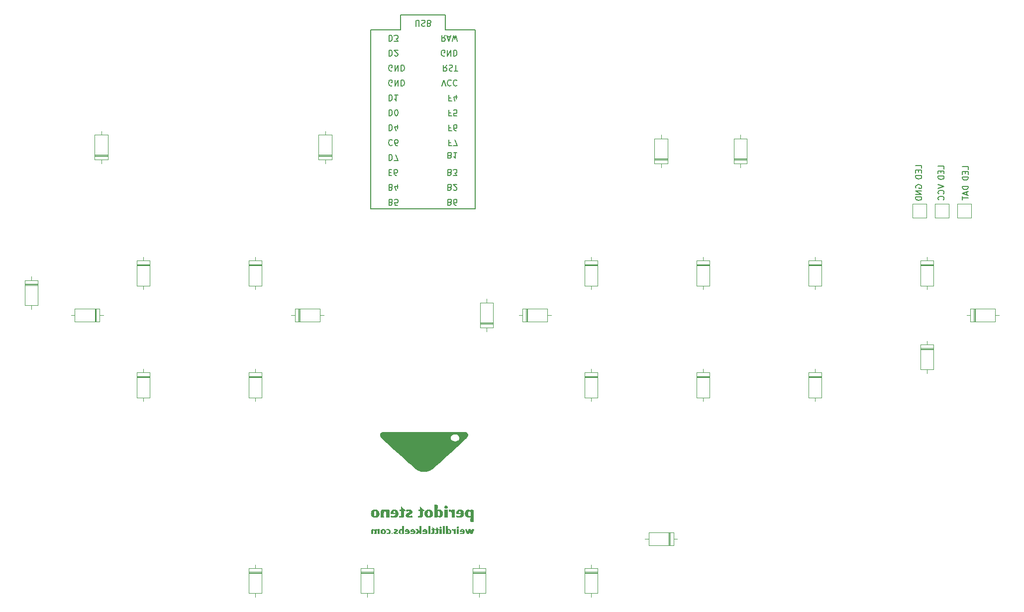
<source format=gbo>
%TF.GenerationSoftware,KiCad,Pcbnew,(7.0.0)*%
%TF.CreationDate,2023-03-05T08:54:37+05:30*%
%TF.ProjectId,Peridot Steno,50657269-646f-4742-9053-74656e6f2e6b,rev?*%
%TF.SameCoordinates,Original*%
%TF.FileFunction,Legend,Bot*%
%TF.FilePolarity,Positive*%
%FSLAX46Y46*%
G04 Gerber Fmt 4.6, Leading zero omitted, Abs format (unit mm)*
G04 Created by KiCad (PCBNEW (7.0.0)) date 2023-03-05 08:54:37*
%MOMM*%
%LPD*%
G01*
G04 APERTURE LIST*
%ADD10C,0.150000*%
%ADD11C,0.120000*%
%ADD12C,2.100000*%
%ADD13C,1.900000*%
%ADD14C,4.000000*%
%ADD15O,2.800000X2.000000*%
%ADD16O,2.500000X2.000000*%
%ADD17O,2.000000X2.800000*%
%ADD18O,2.000000X2.500000*%
%ADD19C,3.048000*%
%ADD20C,3.987800*%
%ADD21C,1.800000*%
%ADD22R,1.752600X1.752600*%
%ADD23C,1.752600*%
%ADD24R,1.600000X1.600000*%
%ADD25O,1.600000X1.600000*%
%ADD26R,2.000000X2.000000*%
G04 APERTURE END LIST*
D10*
%TO.C,U1*%
X147439047Y-51908928D02*
X147581904Y-51861309D01*
X147581904Y-51861309D02*
X147629523Y-51813690D01*
X147629523Y-51813690D02*
X147677142Y-51718452D01*
X147677142Y-51718452D02*
X147677142Y-51575595D01*
X147677142Y-51575595D02*
X147629523Y-51480357D01*
X147629523Y-51480357D02*
X147581904Y-51432738D01*
X147581904Y-51432738D02*
X147486666Y-51385119D01*
X147486666Y-51385119D02*
X147105714Y-51385119D01*
X147105714Y-51385119D02*
X147105714Y-52385119D01*
X147105714Y-52385119D02*
X147439047Y-52385119D01*
X147439047Y-52385119D02*
X147534285Y-52337500D01*
X147534285Y-52337500D02*
X147581904Y-52289880D01*
X147581904Y-52289880D02*
X147629523Y-52194642D01*
X147629523Y-52194642D02*
X147629523Y-52099404D01*
X147629523Y-52099404D02*
X147581904Y-52004166D01*
X147581904Y-52004166D02*
X147534285Y-51956547D01*
X147534285Y-51956547D02*
X147439047Y-51908928D01*
X147439047Y-51908928D02*
X147105714Y-51908928D01*
X148010476Y-52385119D02*
X148629523Y-52385119D01*
X148629523Y-52385119D02*
X148296190Y-52004166D01*
X148296190Y-52004166D02*
X148439047Y-52004166D01*
X148439047Y-52004166D02*
X148534285Y-51956547D01*
X148534285Y-51956547D02*
X148581904Y-51908928D01*
X148581904Y-51908928D02*
X148629523Y-51813690D01*
X148629523Y-51813690D02*
X148629523Y-51575595D01*
X148629523Y-51575595D02*
X148581904Y-51480357D01*
X148581904Y-51480357D02*
X148534285Y-51432738D01*
X148534285Y-51432738D02*
X148439047Y-51385119D01*
X148439047Y-51385119D02*
X148153333Y-51385119D01*
X148153333Y-51385119D02*
X148058095Y-51432738D01*
X148058095Y-51432738D02*
X148010476Y-51480357D01*
X147439047Y-54448928D02*
X147581904Y-54401309D01*
X147581904Y-54401309D02*
X147629523Y-54353690D01*
X147629523Y-54353690D02*
X147677142Y-54258452D01*
X147677142Y-54258452D02*
X147677142Y-54115595D01*
X147677142Y-54115595D02*
X147629523Y-54020357D01*
X147629523Y-54020357D02*
X147581904Y-53972738D01*
X147581904Y-53972738D02*
X147486666Y-53925119D01*
X147486666Y-53925119D02*
X147105714Y-53925119D01*
X147105714Y-53925119D02*
X147105714Y-54925119D01*
X147105714Y-54925119D02*
X147439047Y-54925119D01*
X147439047Y-54925119D02*
X147534285Y-54877500D01*
X147534285Y-54877500D02*
X147581904Y-54829880D01*
X147581904Y-54829880D02*
X147629523Y-54734642D01*
X147629523Y-54734642D02*
X147629523Y-54639404D01*
X147629523Y-54639404D02*
X147581904Y-54544166D01*
X147581904Y-54544166D02*
X147534285Y-54496547D01*
X147534285Y-54496547D02*
X147439047Y-54448928D01*
X147439047Y-54448928D02*
X147105714Y-54448928D01*
X148058095Y-54829880D02*
X148105714Y-54877500D01*
X148105714Y-54877500D02*
X148200952Y-54925119D01*
X148200952Y-54925119D02*
X148439047Y-54925119D01*
X148439047Y-54925119D02*
X148534285Y-54877500D01*
X148534285Y-54877500D02*
X148581904Y-54829880D01*
X148581904Y-54829880D02*
X148629523Y-54734642D01*
X148629523Y-54734642D02*
X148629523Y-54639404D01*
X148629523Y-54639404D02*
X148581904Y-54496547D01*
X148581904Y-54496547D02*
X148010476Y-53925119D01*
X148010476Y-53925119D02*
X148629523Y-53925119D01*
X141613095Y-26985119D02*
X141613095Y-26175595D01*
X141613095Y-26175595D02*
X141660714Y-26080357D01*
X141660714Y-26080357D02*
X141708333Y-26032738D01*
X141708333Y-26032738D02*
X141803571Y-25985119D01*
X141803571Y-25985119D02*
X141994047Y-25985119D01*
X141994047Y-25985119D02*
X142089285Y-26032738D01*
X142089285Y-26032738D02*
X142136904Y-26080357D01*
X142136904Y-26080357D02*
X142184523Y-26175595D01*
X142184523Y-26175595D02*
X142184523Y-26985119D01*
X142613095Y-26032738D02*
X142755952Y-25985119D01*
X142755952Y-25985119D02*
X142994047Y-25985119D01*
X142994047Y-25985119D02*
X143089285Y-26032738D01*
X143089285Y-26032738D02*
X143136904Y-26080357D01*
X143136904Y-26080357D02*
X143184523Y-26175595D01*
X143184523Y-26175595D02*
X143184523Y-26270833D01*
X143184523Y-26270833D02*
X143136904Y-26366071D01*
X143136904Y-26366071D02*
X143089285Y-26413690D01*
X143089285Y-26413690D02*
X142994047Y-26461309D01*
X142994047Y-26461309D02*
X142803571Y-26508928D01*
X142803571Y-26508928D02*
X142708333Y-26556547D01*
X142708333Y-26556547D02*
X142660714Y-26604166D01*
X142660714Y-26604166D02*
X142613095Y-26699404D01*
X142613095Y-26699404D02*
X142613095Y-26794642D01*
X142613095Y-26794642D02*
X142660714Y-26889880D01*
X142660714Y-26889880D02*
X142708333Y-26937500D01*
X142708333Y-26937500D02*
X142803571Y-26985119D01*
X142803571Y-26985119D02*
X143041666Y-26985119D01*
X143041666Y-26985119D02*
X143184523Y-26937500D01*
X143946428Y-26508928D02*
X144089285Y-26461309D01*
X144089285Y-26461309D02*
X144136904Y-26413690D01*
X144136904Y-26413690D02*
X144184523Y-26318452D01*
X144184523Y-26318452D02*
X144184523Y-26175595D01*
X144184523Y-26175595D02*
X144136904Y-26080357D01*
X144136904Y-26080357D02*
X144089285Y-26032738D01*
X144089285Y-26032738D02*
X143994047Y-25985119D01*
X143994047Y-25985119D02*
X143613095Y-25985119D01*
X143613095Y-25985119D02*
X143613095Y-26985119D01*
X143613095Y-26985119D02*
X143946428Y-26985119D01*
X143946428Y-26985119D02*
X144041666Y-26937500D01*
X144041666Y-26937500D02*
X144089285Y-26889880D01*
X144089285Y-26889880D02*
X144136904Y-26794642D01*
X144136904Y-26794642D02*
X144136904Y-26699404D01*
X144136904Y-26699404D02*
X144089285Y-26604166D01*
X144089285Y-26604166D02*
X144041666Y-26556547D01*
X144041666Y-26556547D02*
X143946428Y-26508928D01*
X143946428Y-26508928D02*
X143613095Y-26508928D01*
X147581904Y-41748928D02*
X147248571Y-41748928D01*
X147248571Y-41225119D02*
X147248571Y-42225119D01*
X147248571Y-42225119D02*
X147724761Y-42225119D01*
X148581904Y-42225119D02*
X148105714Y-42225119D01*
X148105714Y-42225119D02*
X148058095Y-41748928D01*
X148058095Y-41748928D02*
X148105714Y-41796547D01*
X148105714Y-41796547D02*
X148200952Y-41844166D01*
X148200952Y-41844166D02*
X148439047Y-41844166D01*
X148439047Y-41844166D02*
X148534285Y-41796547D01*
X148534285Y-41796547D02*
X148581904Y-41748928D01*
X148581904Y-41748928D02*
X148629523Y-41653690D01*
X148629523Y-41653690D02*
X148629523Y-41415595D01*
X148629523Y-41415595D02*
X148581904Y-41320357D01*
X148581904Y-41320357D02*
X148534285Y-41272738D01*
X148534285Y-41272738D02*
X148439047Y-41225119D01*
X148439047Y-41225119D02*
X148200952Y-41225119D01*
X148200952Y-41225119D02*
X148105714Y-41272738D01*
X148105714Y-41272738D02*
X148058095Y-41320357D01*
X147439047Y-49018928D02*
X147581904Y-48971309D01*
X147581904Y-48971309D02*
X147629523Y-48923690D01*
X147629523Y-48923690D02*
X147677142Y-48828452D01*
X147677142Y-48828452D02*
X147677142Y-48685595D01*
X147677142Y-48685595D02*
X147629523Y-48590357D01*
X147629523Y-48590357D02*
X147581904Y-48542738D01*
X147581904Y-48542738D02*
X147486666Y-48495119D01*
X147486666Y-48495119D02*
X147105714Y-48495119D01*
X147105714Y-48495119D02*
X147105714Y-49495119D01*
X147105714Y-49495119D02*
X147439047Y-49495119D01*
X147439047Y-49495119D02*
X147534285Y-49447500D01*
X147534285Y-49447500D02*
X147581904Y-49399880D01*
X147581904Y-49399880D02*
X147629523Y-49304642D01*
X147629523Y-49304642D02*
X147629523Y-49209404D01*
X147629523Y-49209404D02*
X147581904Y-49114166D01*
X147581904Y-49114166D02*
X147534285Y-49066547D01*
X147534285Y-49066547D02*
X147439047Y-49018928D01*
X147439047Y-49018928D02*
X147105714Y-49018928D01*
X148629523Y-48495119D02*
X148058095Y-48495119D01*
X148343809Y-48495119D02*
X148343809Y-49495119D01*
X148343809Y-49495119D02*
X148248571Y-49352261D01*
X148248571Y-49352261D02*
X148153333Y-49257023D01*
X148153333Y-49257023D02*
X148058095Y-49209404D01*
X137390238Y-54448928D02*
X137533095Y-54401309D01*
X137533095Y-54401309D02*
X137580714Y-54353690D01*
X137580714Y-54353690D02*
X137628333Y-54258452D01*
X137628333Y-54258452D02*
X137628333Y-54115595D01*
X137628333Y-54115595D02*
X137580714Y-54020357D01*
X137580714Y-54020357D02*
X137533095Y-53972738D01*
X137533095Y-53972738D02*
X137437857Y-53925119D01*
X137437857Y-53925119D02*
X137056905Y-53925119D01*
X137056905Y-53925119D02*
X137056905Y-54925119D01*
X137056905Y-54925119D02*
X137390238Y-54925119D01*
X137390238Y-54925119D02*
X137485476Y-54877500D01*
X137485476Y-54877500D02*
X137533095Y-54829880D01*
X137533095Y-54829880D02*
X137580714Y-54734642D01*
X137580714Y-54734642D02*
X137580714Y-54639404D01*
X137580714Y-54639404D02*
X137533095Y-54544166D01*
X137533095Y-54544166D02*
X137485476Y-54496547D01*
X137485476Y-54496547D02*
X137390238Y-54448928D01*
X137390238Y-54448928D02*
X137056905Y-54448928D01*
X138485476Y-54591785D02*
X138485476Y-53925119D01*
X138247381Y-54972738D02*
X138009286Y-54258452D01*
X138009286Y-54258452D02*
X138628333Y-54258452D01*
X137056905Y-43765119D02*
X137056905Y-44765119D01*
X137056905Y-44765119D02*
X137295000Y-44765119D01*
X137295000Y-44765119D02*
X137437857Y-44717500D01*
X137437857Y-44717500D02*
X137533095Y-44622261D01*
X137533095Y-44622261D02*
X137580714Y-44527023D01*
X137580714Y-44527023D02*
X137628333Y-44336547D01*
X137628333Y-44336547D02*
X137628333Y-44193690D01*
X137628333Y-44193690D02*
X137580714Y-44003214D01*
X137580714Y-44003214D02*
X137533095Y-43907976D01*
X137533095Y-43907976D02*
X137437857Y-43812738D01*
X137437857Y-43812738D02*
X137295000Y-43765119D01*
X137295000Y-43765119D02*
X137056905Y-43765119D01*
X138485476Y-44431785D02*
X138485476Y-43765119D01*
X138247381Y-44812738D02*
X138009286Y-44098452D01*
X138009286Y-44098452D02*
X138628333Y-44098452D01*
X137056905Y-41225119D02*
X137056905Y-42225119D01*
X137056905Y-42225119D02*
X137295000Y-42225119D01*
X137295000Y-42225119D02*
X137437857Y-42177500D01*
X137437857Y-42177500D02*
X137533095Y-42082261D01*
X137533095Y-42082261D02*
X137580714Y-41987023D01*
X137580714Y-41987023D02*
X137628333Y-41796547D01*
X137628333Y-41796547D02*
X137628333Y-41653690D01*
X137628333Y-41653690D02*
X137580714Y-41463214D01*
X137580714Y-41463214D02*
X137533095Y-41367976D01*
X137533095Y-41367976D02*
X137437857Y-41272738D01*
X137437857Y-41272738D02*
X137295000Y-41225119D01*
X137295000Y-41225119D02*
X137056905Y-41225119D01*
X138247381Y-42225119D02*
X138342619Y-42225119D01*
X138342619Y-42225119D02*
X138437857Y-42177500D01*
X138437857Y-42177500D02*
X138485476Y-42129880D01*
X138485476Y-42129880D02*
X138533095Y-42034642D01*
X138533095Y-42034642D02*
X138580714Y-41844166D01*
X138580714Y-41844166D02*
X138580714Y-41606071D01*
X138580714Y-41606071D02*
X138533095Y-41415595D01*
X138533095Y-41415595D02*
X138485476Y-41320357D01*
X138485476Y-41320357D02*
X138437857Y-41272738D01*
X138437857Y-41272738D02*
X138342619Y-41225119D01*
X138342619Y-41225119D02*
X138247381Y-41225119D01*
X138247381Y-41225119D02*
X138152143Y-41272738D01*
X138152143Y-41272738D02*
X138104524Y-41320357D01*
X138104524Y-41320357D02*
X138056905Y-41415595D01*
X138056905Y-41415595D02*
X138009286Y-41606071D01*
X138009286Y-41606071D02*
X138009286Y-41844166D01*
X138009286Y-41844166D02*
X138056905Y-42034642D01*
X138056905Y-42034642D02*
X138104524Y-42129880D01*
X138104524Y-42129880D02*
X138152143Y-42177500D01*
X138152143Y-42177500D02*
X138247381Y-42225119D01*
X147581904Y-46828928D02*
X147248571Y-46828928D01*
X147248571Y-46305119D02*
X147248571Y-47305119D01*
X147248571Y-47305119D02*
X147724761Y-47305119D01*
X148010476Y-47305119D02*
X148677142Y-47305119D01*
X148677142Y-47305119D02*
X148248571Y-46305119D01*
X146058095Y-37145119D02*
X146391428Y-36145119D01*
X146391428Y-36145119D02*
X146724761Y-37145119D01*
X147629523Y-36240357D02*
X147581904Y-36192738D01*
X147581904Y-36192738D02*
X147439047Y-36145119D01*
X147439047Y-36145119D02*
X147343809Y-36145119D01*
X147343809Y-36145119D02*
X147200952Y-36192738D01*
X147200952Y-36192738D02*
X147105714Y-36287976D01*
X147105714Y-36287976D02*
X147058095Y-36383214D01*
X147058095Y-36383214D02*
X147010476Y-36573690D01*
X147010476Y-36573690D02*
X147010476Y-36716547D01*
X147010476Y-36716547D02*
X147058095Y-36907023D01*
X147058095Y-36907023D02*
X147105714Y-37002261D01*
X147105714Y-37002261D02*
X147200952Y-37097500D01*
X147200952Y-37097500D02*
X147343809Y-37145119D01*
X147343809Y-37145119D02*
X147439047Y-37145119D01*
X147439047Y-37145119D02*
X147581904Y-37097500D01*
X147581904Y-37097500D02*
X147629523Y-37049880D01*
X148629523Y-36240357D02*
X148581904Y-36192738D01*
X148581904Y-36192738D02*
X148439047Y-36145119D01*
X148439047Y-36145119D02*
X148343809Y-36145119D01*
X148343809Y-36145119D02*
X148200952Y-36192738D01*
X148200952Y-36192738D02*
X148105714Y-36287976D01*
X148105714Y-36287976D02*
X148058095Y-36383214D01*
X148058095Y-36383214D02*
X148010476Y-36573690D01*
X148010476Y-36573690D02*
X148010476Y-36716547D01*
X148010476Y-36716547D02*
X148058095Y-36907023D01*
X148058095Y-36907023D02*
X148105714Y-37002261D01*
X148105714Y-37002261D02*
X148200952Y-37097500D01*
X148200952Y-37097500D02*
X148343809Y-37145119D01*
X148343809Y-37145119D02*
X148439047Y-37145119D01*
X148439047Y-37145119D02*
X148581904Y-37097500D01*
X148581904Y-37097500D02*
X148629523Y-37049880D01*
X137580714Y-34557500D02*
X137485476Y-34605119D01*
X137485476Y-34605119D02*
X137342619Y-34605119D01*
X137342619Y-34605119D02*
X137199762Y-34557500D01*
X137199762Y-34557500D02*
X137104524Y-34462261D01*
X137104524Y-34462261D02*
X137056905Y-34367023D01*
X137056905Y-34367023D02*
X137009286Y-34176547D01*
X137009286Y-34176547D02*
X137009286Y-34033690D01*
X137009286Y-34033690D02*
X137056905Y-33843214D01*
X137056905Y-33843214D02*
X137104524Y-33747976D01*
X137104524Y-33747976D02*
X137199762Y-33652738D01*
X137199762Y-33652738D02*
X137342619Y-33605119D01*
X137342619Y-33605119D02*
X137437857Y-33605119D01*
X137437857Y-33605119D02*
X137580714Y-33652738D01*
X137580714Y-33652738D02*
X137628333Y-33700357D01*
X137628333Y-33700357D02*
X137628333Y-34033690D01*
X137628333Y-34033690D02*
X137437857Y-34033690D01*
X138056905Y-33605119D02*
X138056905Y-34605119D01*
X138056905Y-34605119D02*
X138628333Y-33605119D01*
X138628333Y-33605119D02*
X138628333Y-34605119D01*
X139104524Y-33605119D02*
X139104524Y-34605119D01*
X139104524Y-34605119D02*
X139342619Y-34605119D01*
X139342619Y-34605119D02*
X139485476Y-34557500D01*
X139485476Y-34557500D02*
X139580714Y-34462261D01*
X139580714Y-34462261D02*
X139628333Y-34367023D01*
X139628333Y-34367023D02*
X139675952Y-34176547D01*
X139675952Y-34176547D02*
X139675952Y-34033690D01*
X139675952Y-34033690D02*
X139628333Y-33843214D01*
X139628333Y-33843214D02*
X139580714Y-33747976D01*
X139580714Y-33747976D02*
X139485476Y-33652738D01*
X139485476Y-33652738D02*
X139342619Y-33605119D01*
X139342619Y-33605119D02*
X139104524Y-33605119D01*
X146534285Y-32017500D02*
X146439047Y-32065119D01*
X146439047Y-32065119D02*
X146296190Y-32065119D01*
X146296190Y-32065119D02*
X146153333Y-32017500D01*
X146153333Y-32017500D02*
X146058095Y-31922261D01*
X146058095Y-31922261D02*
X146010476Y-31827023D01*
X146010476Y-31827023D02*
X145962857Y-31636547D01*
X145962857Y-31636547D02*
X145962857Y-31493690D01*
X145962857Y-31493690D02*
X146010476Y-31303214D01*
X146010476Y-31303214D02*
X146058095Y-31207976D01*
X146058095Y-31207976D02*
X146153333Y-31112738D01*
X146153333Y-31112738D02*
X146296190Y-31065119D01*
X146296190Y-31065119D02*
X146391428Y-31065119D01*
X146391428Y-31065119D02*
X146534285Y-31112738D01*
X146534285Y-31112738D02*
X146581904Y-31160357D01*
X146581904Y-31160357D02*
X146581904Y-31493690D01*
X146581904Y-31493690D02*
X146391428Y-31493690D01*
X147010476Y-31065119D02*
X147010476Y-32065119D01*
X147010476Y-32065119D02*
X147581904Y-31065119D01*
X147581904Y-31065119D02*
X147581904Y-32065119D01*
X148058095Y-31065119D02*
X148058095Y-32065119D01*
X148058095Y-32065119D02*
X148296190Y-32065119D01*
X148296190Y-32065119D02*
X148439047Y-32017500D01*
X148439047Y-32017500D02*
X148534285Y-31922261D01*
X148534285Y-31922261D02*
X148581904Y-31827023D01*
X148581904Y-31827023D02*
X148629523Y-31636547D01*
X148629523Y-31636547D02*
X148629523Y-31493690D01*
X148629523Y-31493690D02*
X148581904Y-31303214D01*
X148581904Y-31303214D02*
X148534285Y-31207976D01*
X148534285Y-31207976D02*
X148439047Y-31112738D01*
X148439047Y-31112738D02*
X148296190Y-31065119D01*
X148296190Y-31065119D02*
X148058095Y-31065119D01*
X147581904Y-39208928D02*
X147248571Y-39208928D01*
X147248571Y-38685119D02*
X147248571Y-39685119D01*
X147248571Y-39685119D02*
X147724761Y-39685119D01*
X148534285Y-39351785D02*
X148534285Y-38685119D01*
X148296190Y-39732738D02*
X148058095Y-39018452D01*
X148058095Y-39018452D02*
X148677142Y-39018452D01*
X137580714Y-37097500D02*
X137485476Y-37145119D01*
X137485476Y-37145119D02*
X137342619Y-37145119D01*
X137342619Y-37145119D02*
X137199762Y-37097500D01*
X137199762Y-37097500D02*
X137104524Y-37002261D01*
X137104524Y-37002261D02*
X137056905Y-36907023D01*
X137056905Y-36907023D02*
X137009286Y-36716547D01*
X137009286Y-36716547D02*
X137009286Y-36573690D01*
X137009286Y-36573690D02*
X137056905Y-36383214D01*
X137056905Y-36383214D02*
X137104524Y-36287976D01*
X137104524Y-36287976D02*
X137199762Y-36192738D01*
X137199762Y-36192738D02*
X137342619Y-36145119D01*
X137342619Y-36145119D02*
X137437857Y-36145119D01*
X137437857Y-36145119D02*
X137580714Y-36192738D01*
X137580714Y-36192738D02*
X137628333Y-36240357D01*
X137628333Y-36240357D02*
X137628333Y-36573690D01*
X137628333Y-36573690D02*
X137437857Y-36573690D01*
X138056905Y-36145119D02*
X138056905Y-37145119D01*
X138056905Y-37145119D02*
X138628333Y-36145119D01*
X138628333Y-36145119D02*
X138628333Y-37145119D01*
X139104524Y-36145119D02*
X139104524Y-37145119D01*
X139104524Y-37145119D02*
X139342619Y-37145119D01*
X139342619Y-37145119D02*
X139485476Y-37097500D01*
X139485476Y-37097500D02*
X139580714Y-37002261D01*
X139580714Y-37002261D02*
X139628333Y-36907023D01*
X139628333Y-36907023D02*
X139675952Y-36716547D01*
X139675952Y-36716547D02*
X139675952Y-36573690D01*
X139675952Y-36573690D02*
X139628333Y-36383214D01*
X139628333Y-36383214D02*
X139580714Y-36287976D01*
X139580714Y-36287976D02*
X139485476Y-36192738D01*
X139485476Y-36192738D02*
X139342619Y-36145119D01*
X139342619Y-36145119D02*
X139104524Y-36145119D01*
X147439047Y-56988928D02*
X147581904Y-56941309D01*
X147581904Y-56941309D02*
X147629523Y-56893690D01*
X147629523Y-56893690D02*
X147677142Y-56798452D01*
X147677142Y-56798452D02*
X147677142Y-56655595D01*
X147677142Y-56655595D02*
X147629523Y-56560357D01*
X147629523Y-56560357D02*
X147581904Y-56512738D01*
X147581904Y-56512738D02*
X147486666Y-56465119D01*
X147486666Y-56465119D02*
X147105714Y-56465119D01*
X147105714Y-56465119D02*
X147105714Y-57465119D01*
X147105714Y-57465119D02*
X147439047Y-57465119D01*
X147439047Y-57465119D02*
X147534285Y-57417500D01*
X147534285Y-57417500D02*
X147581904Y-57369880D01*
X147581904Y-57369880D02*
X147629523Y-57274642D01*
X147629523Y-57274642D02*
X147629523Y-57179404D01*
X147629523Y-57179404D02*
X147581904Y-57084166D01*
X147581904Y-57084166D02*
X147534285Y-57036547D01*
X147534285Y-57036547D02*
X147439047Y-56988928D01*
X147439047Y-56988928D02*
X147105714Y-56988928D01*
X148534285Y-57465119D02*
X148343809Y-57465119D01*
X148343809Y-57465119D02*
X148248571Y-57417500D01*
X148248571Y-57417500D02*
X148200952Y-57369880D01*
X148200952Y-57369880D02*
X148105714Y-57227023D01*
X148105714Y-57227023D02*
X148058095Y-57036547D01*
X148058095Y-57036547D02*
X148058095Y-56655595D01*
X148058095Y-56655595D02*
X148105714Y-56560357D01*
X148105714Y-56560357D02*
X148153333Y-56512738D01*
X148153333Y-56512738D02*
X148248571Y-56465119D01*
X148248571Y-56465119D02*
X148439047Y-56465119D01*
X148439047Y-56465119D02*
X148534285Y-56512738D01*
X148534285Y-56512738D02*
X148581904Y-56560357D01*
X148581904Y-56560357D02*
X148629523Y-56655595D01*
X148629523Y-56655595D02*
X148629523Y-56893690D01*
X148629523Y-56893690D02*
X148581904Y-56988928D01*
X148581904Y-56988928D02*
X148534285Y-57036547D01*
X148534285Y-57036547D02*
X148439047Y-57084166D01*
X148439047Y-57084166D02*
X148248571Y-57084166D01*
X148248571Y-57084166D02*
X148153333Y-57036547D01*
X148153333Y-57036547D02*
X148105714Y-56988928D01*
X148105714Y-56988928D02*
X148058095Y-56893690D01*
X137056905Y-31065119D02*
X137056905Y-32065119D01*
X137056905Y-32065119D02*
X137295000Y-32065119D01*
X137295000Y-32065119D02*
X137437857Y-32017500D01*
X137437857Y-32017500D02*
X137533095Y-31922261D01*
X137533095Y-31922261D02*
X137580714Y-31827023D01*
X137580714Y-31827023D02*
X137628333Y-31636547D01*
X137628333Y-31636547D02*
X137628333Y-31493690D01*
X137628333Y-31493690D02*
X137580714Y-31303214D01*
X137580714Y-31303214D02*
X137533095Y-31207976D01*
X137533095Y-31207976D02*
X137437857Y-31112738D01*
X137437857Y-31112738D02*
X137295000Y-31065119D01*
X137295000Y-31065119D02*
X137056905Y-31065119D01*
X138009286Y-31969880D02*
X138056905Y-32017500D01*
X138056905Y-32017500D02*
X138152143Y-32065119D01*
X138152143Y-32065119D02*
X138390238Y-32065119D01*
X138390238Y-32065119D02*
X138485476Y-32017500D01*
X138485476Y-32017500D02*
X138533095Y-31969880D01*
X138533095Y-31969880D02*
X138580714Y-31874642D01*
X138580714Y-31874642D02*
X138580714Y-31779404D01*
X138580714Y-31779404D02*
X138533095Y-31636547D01*
X138533095Y-31636547D02*
X137961667Y-31065119D01*
X137961667Y-31065119D02*
X138580714Y-31065119D01*
X137056905Y-48845119D02*
X137056905Y-49845119D01*
X137056905Y-49845119D02*
X137295000Y-49845119D01*
X137295000Y-49845119D02*
X137437857Y-49797500D01*
X137437857Y-49797500D02*
X137533095Y-49702261D01*
X137533095Y-49702261D02*
X137580714Y-49607023D01*
X137580714Y-49607023D02*
X137628333Y-49416547D01*
X137628333Y-49416547D02*
X137628333Y-49273690D01*
X137628333Y-49273690D02*
X137580714Y-49083214D01*
X137580714Y-49083214D02*
X137533095Y-48987976D01*
X137533095Y-48987976D02*
X137437857Y-48892738D01*
X137437857Y-48892738D02*
X137295000Y-48845119D01*
X137295000Y-48845119D02*
X137056905Y-48845119D01*
X137961667Y-49845119D02*
X138628333Y-49845119D01*
X138628333Y-49845119D02*
X138199762Y-48845119D01*
X137056905Y-51908928D02*
X137390238Y-51908928D01*
X137533095Y-51385119D02*
X137056905Y-51385119D01*
X137056905Y-51385119D02*
X137056905Y-52385119D01*
X137056905Y-52385119D02*
X137533095Y-52385119D01*
X138390238Y-52385119D02*
X138199762Y-52385119D01*
X138199762Y-52385119D02*
X138104524Y-52337500D01*
X138104524Y-52337500D02*
X138056905Y-52289880D01*
X138056905Y-52289880D02*
X137961667Y-52147023D01*
X137961667Y-52147023D02*
X137914048Y-51956547D01*
X137914048Y-51956547D02*
X137914048Y-51575595D01*
X137914048Y-51575595D02*
X137961667Y-51480357D01*
X137961667Y-51480357D02*
X138009286Y-51432738D01*
X138009286Y-51432738D02*
X138104524Y-51385119D01*
X138104524Y-51385119D02*
X138295000Y-51385119D01*
X138295000Y-51385119D02*
X138390238Y-51432738D01*
X138390238Y-51432738D02*
X138437857Y-51480357D01*
X138437857Y-51480357D02*
X138485476Y-51575595D01*
X138485476Y-51575595D02*
X138485476Y-51813690D01*
X138485476Y-51813690D02*
X138437857Y-51908928D01*
X138437857Y-51908928D02*
X138390238Y-51956547D01*
X138390238Y-51956547D02*
X138295000Y-52004166D01*
X138295000Y-52004166D02*
X138104524Y-52004166D01*
X138104524Y-52004166D02*
X138009286Y-51956547D01*
X138009286Y-51956547D02*
X137961667Y-51908928D01*
X137961667Y-51908928D02*
X137914048Y-51813690D01*
X147581904Y-44288928D02*
X147248571Y-44288928D01*
X147248571Y-43765119D02*
X147248571Y-44765119D01*
X147248571Y-44765119D02*
X147724761Y-44765119D01*
X148534285Y-44765119D02*
X148343809Y-44765119D01*
X148343809Y-44765119D02*
X148248571Y-44717500D01*
X148248571Y-44717500D02*
X148200952Y-44669880D01*
X148200952Y-44669880D02*
X148105714Y-44527023D01*
X148105714Y-44527023D02*
X148058095Y-44336547D01*
X148058095Y-44336547D02*
X148058095Y-43955595D01*
X148058095Y-43955595D02*
X148105714Y-43860357D01*
X148105714Y-43860357D02*
X148153333Y-43812738D01*
X148153333Y-43812738D02*
X148248571Y-43765119D01*
X148248571Y-43765119D02*
X148439047Y-43765119D01*
X148439047Y-43765119D02*
X148534285Y-43812738D01*
X148534285Y-43812738D02*
X148581904Y-43860357D01*
X148581904Y-43860357D02*
X148629523Y-43955595D01*
X148629523Y-43955595D02*
X148629523Y-44193690D01*
X148629523Y-44193690D02*
X148581904Y-44288928D01*
X148581904Y-44288928D02*
X148534285Y-44336547D01*
X148534285Y-44336547D02*
X148439047Y-44384166D01*
X148439047Y-44384166D02*
X148248571Y-44384166D01*
X148248571Y-44384166D02*
X148153333Y-44336547D01*
X148153333Y-44336547D02*
X148105714Y-44288928D01*
X148105714Y-44288928D02*
X148058095Y-44193690D01*
X137390238Y-56988928D02*
X137533095Y-56941309D01*
X137533095Y-56941309D02*
X137580714Y-56893690D01*
X137580714Y-56893690D02*
X137628333Y-56798452D01*
X137628333Y-56798452D02*
X137628333Y-56655595D01*
X137628333Y-56655595D02*
X137580714Y-56560357D01*
X137580714Y-56560357D02*
X137533095Y-56512738D01*
X137533095Y-56512738D02*
X137437857Y-56465119D01*
X137437857Y-56465119D02*
X137056905Y-56465119D01*
X137056905Y-56465119D02*
X137056905Y-57465119D01*
X137056905Y-57465119D02*
X137390238Y-57465119D01*
X137390238Y-57465119D02*
X137485476Y-57417500D01*
X137485476Y-57417500D02*
X137533095Y-57369880D01*
X137533095Y-57369880D02*
X137580714Y-57274642D01*
X137580714Y-57274642D02*
X137580714Y-57179404D01*
X137580714Y-57179404D02*
X137533095Y-57084166D01*
X137533095Y-57084166D02*
X137485476Y-57036547D01*
X137485476Y-57036547D02*
X137390238Y-56988928D01*
X137390238Y-56988928D02*
X137056905Y-56988928D01*
X138533095Y-57465119D02*
X138056905Y-57465119D01*
X138056905Y-57465119D02*
X138009286Y-56988928D01*
X138009286Y-56988928D02*
X138056905Y-57036547D01*
X138056905Y-57036547D02*
X138152143Y-57084166D01*
X138152143Y-57084166D02*
X138390238Y-57084166D01*
X138390238Y-57084166D02*
X138485476Y-57036547D01*
X138485476Y-57036547D02*
X138533095Y-56988928D01*
X138533095Y-56988928D02*
X138580714Y-56893690D01*
X138580714Y-56893690D02*
X138580714Y-56655595D01*
X138580714Y-56655595D02*
X138533095Y-56560357D01*
X138533095Y-56560357D02*
X138485476Y-56512738D01*
X138485476Y-56512738D02*
X138390238Y-56465119D01*
X138390238Y-56465119D02*
X138152143Y-56465119D01*
X138152143Y-56465119D02*
X138056905Y-56512738D01*
X138056905Y-56512738D02*
X138009286Y-56560357D01*
X137056905Y-28525119D02*
X137056905Y-29525119D01*
X137056905Y-29525119D02*
X137295000Y-29525119D01*
X137295000Y-29525119D02*
X137437857Y-29477500D01*
X137437857Y-29477500D02*
X137533095Y-29382261D01*
X137533095Y-29382261D02*
X137580714Y-29287023D01*
X137580714Y-29287023D02*
X137628333Y-29096547D01*
X137628333Y-29096547D02*
X137628333Y-28953690D01*
X137628333Y-28953690D02*
X137580714Y-28763214D01*
X137580714Y-28763214D02*
X137533095Y-28667976D01*
X137533095Y-28667976D02*
X137437857Y-28572738D01*
X137437857Y-28572738D02*
X137295000Y-28525119D01*
X137295000Y-28525119D02*
X137056905Y-28525119D01*
X137961667Y-29525119D02*
X138580714Y-29525119D01*
X138580714Y-29525119D02*
X138247381Y-29144166D01*
X138247381Y-29144166D02*
X138390238Y-29144166D01*
X138390238Y-29144166D02*
X138485476Y-29096547D01*
X138485476Y-29096547D02*
X138533095Y-29048928D01*
X138533095Y-29048928D02*
X138580714Y-28953690D01*
X138580714Y-28953690D02*
X138580714Y-28715595D01*
X138580714Y-28715595D02*
X138533095Y-28620357D01*
X138533095Y-28620357D02*
X138485476Y-28572738D01*
X138485476Y-28572738D02*
X138390238Y-28525119D01*
X138390238Y-28525119D02*
X138104524Y-28525119D01*
X138104524Y-28525119D02*
X138009286Y-28572738D01*
X138009286Y-28572738D02*
X137961667Y-28620357D01*
X137056905Y-38685119D02*
X137056905Y-39685119D01*
X137056905Y-39685119D02*
X137295000Y-39685119D01*
X137295000Y-39685119D02*
X137437857Y-39637500D01*
X137437857Y-39637500D02*
X137533095Y-39542261D01*
X137533095Y-39542261D02*
X137580714Y-39447023D01*
X137580714Y-39447023D02*
X137628333Y-39256547D01*
X137628333Y-39256547D02*
X137628333Y-39113690D01*
X137628333Y-39113690D02*
X137580714Y-38923214D01*
X137580714Y-38923214D02*
X137533095Y-38827976D01*
X137533095Y-38827976D02*
X137437857Y-38732738D01*
X137437857Y-38732738D02*
X137295000Y-38685119D01*
X137295000Y-38685119D02*
X137056905Y-38685119D01*
X138580714Y-38685119D02*
X138009286Y-38685119D01*
X138295000Y-38685119D02*
X138295000Y-39685119D01*
X138295000Y-39685119D02*
X138199762Y-39542261D01*
X138199762Y-39542261D02*
X138104524Y-39447023D01*
X138104524Y-39447023D02*
X138009286Y-39399404D01*
X146915237Y-33605119D02*
X146581904Y-34081309D01*
X146343809Y-33605119D02*
X146343809Y-34605119D01*
X146343809Y-34605119D02*
X146724761Y-34605119D01*
X146724761Y-34605119D02*
X146819999Y-34557500D01*
X146819999Y-34557500D02*
X146867618Y-34509880D01*
X146867618Y-34509880D02*
X146915237Y-34414642D01*
X146915237Y-34414642D02*
X146915237Y-34271785D01*
X146915237Y-34271785D02*
X146867618Y-34176547D01*
X146867618Y-34176547D02*
X146819999Y-34128928D01*
X146819999Y-34128928D02*
X146724761Y-34081309D01*
X146724761Y-34081309D02*
X146343809Y-34081309D01*
X147296190Y-33652738D02*
X147439047Y-33605119D01*
X147439047Y-33605119D02*
X147677142Y-33605119D01*
X147677142Y-33605119D02*
X147772380Y-33652738D01*
X147772380Y-33652738D02*
X147819999Y-33700357D01*
X147819999Y-33700357D02*
X147867618Y-33795595D01*
X147867618Y-33795595D02*
X147867618Y-33890833D01*
X147867618Y-33890833D02*
X147819999Y-33986071D01*
X147819999Y-33986071D02*
X147772380Y-34033690D01*
X147772380Y-34033690D02*
X147677142Y-34081309D01*
X147677142Y-34081309D02*
X147486666Y-34128928D01*
X147486666Y-34128928D02*
X147391428Y-34176547D01*
X147391428Y-34176547D02*
X147343809Y-34224166D01*
X147343809Y-34224166D02*
X147296190Y-34319404D01*
X147296190Y-34319404D02*
X147296190Y-34414642D01*
X147296190Y-34414642D02*
X147343809Y-34509880D01*
X147343809Y-34509880D02*
X147391428Y-34557500D01*
X147391428Y-34557500D02*
X147486666Y-34605119D01*
X147486666Y-34605119D02*
X147724761Y-34605119D01*
X147724761Y-34605119D02*
X147867618Y-34557500D01*
X148153333Y-34605119D02*
X148724761Y-34605119D01*
X148439047Y-33605119D02*
X148439047Y-34605119D01*
X137628333Y-46400357D02*
X137580714Y-46352738D01*
X137580714Y-46352738D02*
X137437857Y-46305119D01*
X137437857Y-46305119D02*
X137342619Y-46305119D01*
X137342619Y-46305119D02*
X137199762Y-46352738D01*
X137199762Y-46352738D02*
X137104524Y-46447976D01*
X137104524Y-46447976D02*
X137056905Y-46543214D01*
X137056905Y-46543214D02*
X137009286Y-46733690D01*
X137009286Y-46733690D02*
X137009286Y-46876547D01*
X137009286Y-46876547D02*
X137056905Y-47067023D01*
X137056905Y-47067023D02*
X137104524Y-47162261D01*
X137104524Y-47162261D02*
X137199762Y-47257500D01*
X137199762Y-47257500D02*
X137342619Y-47305119D01*
X137342619Y-47305119D02*
X137437857Y-47305119D01*
X137437857Y-47305119D02*
X137580714Y-47257500D01*
X137580714Y-47257500D02*
X137628333Y-47209880D01*
X138485476Y-47305119D02*
X138295000Y-47305119D01*
X138295000Y-47305119D02*
X138199762Y-47257500D01*
X138199762Y-47257500D02*
X138152143Y-47209880D01*
X138152143Y-47209880D02*
X138056905Y-47067023D01*
X138056905Y-47067023D02*
X138009286Y-46876547D01*
X138009286Y-46876547D02*
X138009286Y-46495595D01*
X138009286Y-46495595D02*
X138056905Y-46400357D01*
X138056905Y-46400357D02*
X138104524Y-46352738D01*
X138104524Y-46352738D02*
X138199762Y-46305119D01*
X138199762Y-46305119D02*
X138390238Y-46305119D01*
X138390238Y-46305119D02*
X138485476Y-46352738D01*
X138485476Y-46352738D02*
X138533095Y-46400357D01*
X138533095Y-46400357D02*
X138580714Y-46495595D01*
X138580714Y-46495595D02*
X138580714Y-46733690D01*
X138580714Y-46733690D02*
X138533095Y-46828928D01*
X138533095Y-46828928D02*
X138485476Y-46876547D01*
X138485476Y-46876547D02*
X138390238Y-46924166D01*
X138390238Y-46924166D02*
X138199762Y-46924166D01*
X138199762Y-46924166D02*
X138104524Y-46876547D01*
X138104524Y-46876547D02*
X138056905Y-46828928D01*
X138056905Y-46828928D02*
X138009286Y-46733690D01*
X146629523Y-28525119D02*
X146296190Y-29001309D01*
X146058095Y-28525119D02*
X146058095Y-29525119D01*
X146058095Y-29525119D02*
X146439047Y-29525119D01*
X146439047Y-29525119D02*
X146534285Y-29477500D01*
X146534285Y-29477500D02*
X146581904Y-29429880D01*
X146581904Y-29429880D02*
X146629523Y-29334642D01*
X146629523Y-29334642D02*
X146629523Y-29191785D01*
X146629523Y-29191785D02*
X146581904Y-29096547D01*
X146581904Y-29096547D02*
X146534285Y-29048928D01*
X146534285Y-29048928D02*
X146439047Y-29001309D01*
X146439047Y-29001309D02*
X146058095Y-29001309D01*
X147010476Y-28810833D02*
X147486666Y-28810833D01*
X146915238Y-28525119D02*
X147248571Y-29525119D01*
X147248571Y-29525119D02*
X147581904Y-28525119D01*
X147820000Y-29525119D02*
X148058095Y-28525119D01*
X148058095Y-28525119D02*
X148248571Y-29239404D01*
X148248571Y-29239404D02*
X148439047Y-28525119D01*
X148439047Y-28525119D02*
X148677143Y-29525119D01*
%TO.C,J3*%
X227697380Y-51190833D02*
X227697380Y-50714643D01*
X227697380Y-50714643D02*
X226697380Y-50714643D01*
X227173571Y-51524167D02*
X227173571Y-51857500D01*
X227697380Y-52000357D02*
X227697380Y-51524167D01*
X227697380Y-51524167D02*
X226697380Y-51524167D01*
X226697380Y-51524167D02*
X226697380Y-52000357D01*
X227697380Y-52428929D02*
X226697380Y-52428929D01*
X226697380Y-52428929D02*
X226697380Y-52667024D01*
X226697380Y-52667024D02*
X226745000Y-52809881D01*
X226745000Y-52809881D02*
X226840238Y-52905119D01*
X226840238Y-52905119D02*
X226935476Y-52952738D01*
X226935476Y-52952738D02*
X227125952Y-53000357D01*
X227125952Y-53000357D02*
X227268809Y-53000357D01*
X227268809Y-53000357D02*
X227459285Y-52952738D01*
X227459285Y-52952738D02*
X227554523Y-52905119D01*
X227554523Y-52905119D02*
X227649761Y-52809881D01*
X227649761Y-52809881D02*
X227697380Y-52667024D01*
X227697380Y-52667024D02*
X227697380Y-52428929D01*
X226745000Y-54552738D02*
X226697380Y-54457500D01*
X226697380Y-54457500D02*
X226697380Y-54314643D01*
X226697380Y-54314643D02*
X226745000Y-54171786D01*
X226745000Y-54171786D02*
X226840238Y-54076548D01*
X226840238Y-54076548D02*
X226935476Y-54028929D01*
X226935476Y-54028929D02*
X227125952Y-53981310D01*
X227125952Y-53981310D02*
X227268809Y-53981310D01*
X227268809Y-53981310D02*
X227459285Y-54028929D01*
X227459285Y-54028929D02*
X227554523Y-54076548D01*
X227554523Y-54076548D02*
X227649761Y-54171786D01*
X227649761Y-54171786D02*
X227697380Y-54314643D01*
X227697380Y-54314643D02*
X227697380Y-54409881D01*
X227697380Y-54409881D02*
X227649761Y-54552738D01*
X227649761Y-54552738D02*
X227602142Y-54600357D01*
X227602142Y-54600357D02*
X227268809Y-54600357D01*
X227268809Y-54600357D02*
X227268809Y-54409881D01*
X227697380Y-55028929D02*
X226697380Y-55028929D01*
X226697380Y-55028929D02*
X227697380Y-55600357D01*
X227697380Y-55600357D02*
X226697380Y-55600357D01*
X227697380Y-56076548D02*
X226697380Y-56076548D01*
X226697380Y-56076548D02*
X226697380Y-56314643D01*
X226697380Y-56314643D02*
X226745000Y-56457500D01*
X226745000Y-56457500D02*
X226840238Y-56552738D01*
X226840238Y-56552738D02*
X226935476Y-56600357D01*
X226935476Y-56600357D02*
X227125952Y-56647976D01*
X227125952Y-56647976D02*
X227268809Y-56647976D01*
X227268809Y-56647976D02*
X227459285Y-56600357D01*
X227459285Y-56600357D02*
X227554523Y-56552738D01*
X227554523Y-56552738D02*
X227649761Y-56457500D01*
X227649761Y-56457500D02*
X227697380Y-56314643D01*
X227697380Y-56314643D02*
X227697380Y-56076548D01*
%TO.C,J1*%
X231507380Y-51286071D02*
X231507380Y-50809881D01*
X231507380Y-50809881D02*
X230507380Y-50809881D01*
X230983571Y-51619405D02*
X230983571Y-51952738D01*
X231507380Y-52095595D02*
X231507380Y-51619405D01*
X231507380Y-51619405D02*
X230507380Y-51619405D01*
X230507380Y-51619405D02*
X230507380Y-52095595D01*
X231507380Y-52524167D02*
X230507380Y-52524167D01*
X230507380Y-52524167D02*
X230507380Y-52762262D01*
X230507380Y-52762262D02*
X230555000Y-52905119D01*
X230555000Y-52905119D02*
X230650238Y-53000357D01*
X230650238Y-53000357D02*
X230745476Y-53047976D01*
X230745476Y-53047976D02*
X230935952Y-53095595D01*
X230935952Y-53095595D02*
X231078809Y-53095595D01*
X231078809Y-53095595D02*
X231269285Y-53047976D01*
X231269285Y-53047976D02*
X231364523Y-53000357D01*
X231364523Y-53000357D02*
X231459761Y-52905119D01*
X231459761Y-52905119D02*
X231507380Y-52762262D01*
X231507380Y-52762262D02*
X231507380Y-52524167D01*
X230507380Y-53981310D02*
X231507380Y-54314643D01*
X231507380Y-54314643D02*
X230507380Y-54647976D01*
X231412142Y-55552738D02*
X231459761Y-55505119D01*
X231459761Y-55505119D02*
X231507380Y-55362262D01*
X231507380Y-55362262D02*
X231507380Y-55267024D01*
X231507380Y-55267024D02*
X231459761Y-55124167D01*
X231459761Y-55124167D02*
X231364523Y-55028929D01*
X231364523Y-55028929D02*
X231269285Y-54981310D01*
X231269285Y-54981310D02*
X231078809Y-54933691D01*
X231078809Y-54933691D02*
X230935952Y-54933691D01*
X230935952Y-54933691D02*
X230745476Y-54981310D01*
X230745476Y-54981310D02*
X230650238Y-55028929D01*
X230650238Y-55028929D02*
X230555000Y-55124167D01*
X230555000Y-55124167D02*
X230507380Y-55267024D01*
X230507380Y-55267024D02*
X230507380Y-55362262D01*
X230507380Y-55362262D02*
X230555000Y-55505119D01*
X230555000Y-55505119D02*
X230602619Y-55552738D01*
X231412142Y-56552738D02*
X231459761Y-56505119D01*
X231459761Y-56505119D02*
X231507380Y-56362262D01*
X231507380Y-56362262D02*
X231507380Y-56267024D01*
X231507380Y-56267024D02*
X231459761Y-56124167D01*
X231459761Y-56124167D02*
X231364523Y-56028929D01*
X231364523Y-56028929D02*
X231269285Y-55981310D01*
X231269285Y-55981310D02*
X231078809Y-55933691D01*
X231078809Y-55933691D02*
X230935952Y-55933691D01*
X230935952Y-55933691D02*
X230745476Y-55981310D01*
X230745476Y-55981310D02*
X230650238Y-56028929D01*
X230650238Y-56028929D02*
X230555000Y-56124167D01*
X230555000Y-56124167D02*
X230507380Y-56267024D01*
X230507380Y-56267024D02*
X230507380Y-56362262D01*
X230507380Y-56362262D02*
X230555000Y-56505119D01*
X230555000Y-56505119D02*
X230602619Y-56552738D01*
%TO.C,J2*%
X235634880Y-51405118D02*
X235634880Y-50928928D01*
X235634880Y-50928928D02*
X234634880Y-50928928D01*
X235111071Y-51738452D02*
X235111071Y-52071785D01*
X235634880Y-52214642D02*
X235634880Y-51738452D01*
X235634880Y-51738452D02*
X234634880Y-51738452D01*
X234634880Y-51738452D02*
X234634880Y-52214642D01*
X235634880Y-52643214D02*
X234634880Y-52643214D01*
X234634880Y-52643214D02*
X234634880Y-52881309D01*
X234634880Y-52881309D02*
X234682500Y-53024166D01*
X234682500Y-53024166D02*
X234777738Y-53119404D01*
X234777738Y-53119404D02*
X234872976Y-53167023D01*
X234872976Y-53167023D02*
X235063452Y-53214642D01*
X235063452Y-53214642D02*
X235206309Y-53214642D01*
X235206309Y-53214642D02*
X235396785Y-53167023D01*
X235396785Y-53167023D02*
X235492023Y-53119404D01*
X235492023Y-53119404D02*
X235587261Y-53024166D01*
X235587261Y-53024166D02*
X235634880Y-52881309D01*
X235634880Y-52881309D02*
X235634880Y-52643214D01*
X235634880Y-54243214D02*
X234634880Y-54243214D01*
X234634880Y-54243214D02*
X234634880Y-54481309D01*
X234634880Y-54481309D02*
X234682500Y-54624166D01*
X234682500Y-54624166D02*
X234777738Y-54719404D01*
X234777738Y-54719404D02*
X234872976Y-54767023D01*
X234872976Y-54767023D02*
X235063452Y-54814642D01*
X235063452Y-54814642D02*
X235206309Y-54814642D01*
X235206309Y-54814642D02*
X235396785Y-54767023D01*
X235396785Y-54767023D02*
X235492023Y-54719404D01*
X235492023Y-54719404D02*
X235587261Y-54624166D01*
X235587261Y-54624166D02*
X235634880Y-54481309D01*
X235634880Y-54481309D02*
X235634880Y-54243214D01*
X235349166Y-55195595D02*
X235349166Y-55671785D01*
X235634880Y-55100357D02*
X234634880Y-55433690D01*
X234634880Y-55433690D02*
X235634880Y-55767023D01*
X234634880Y-55957500D02*
X234634880Y-56528928D01*
X235634880Y-56243214D02*
X234634880Y-56243214D01*
%TO.C,U1*%
X146685000Y-25082500D02*
X146685000Y-27622500D01*
X139065000Y-25082500D02*
X146685000Y-25082500D01*
X151765000Y-27622500D02*
X151765000Y-58102500D01*
X146685000Y-27622500D02*
X151765000Y-27622500D01*
X139065000Y-27622500D02*
X139065000Y-25082500D01*
X133985000Y-27622500D02*
X139065000Y-27622500D01*
X151765000Y-58102500D02*
X133985000Y-58102500D01*
X133985000Y-58102500D02*
X133985000Y-27622500D01*
D11*
%TO.C,D27*%
X152400000Y-118673750D02*
X152400000Y-119323750D01*
X153520000Y-119323750D02*
X153520000Y-123563750D01*
X151280000Y-119323750D02*
X153520000Y-119323750D01*
X151280000Y-119923750D02*
X153520000Y-119923750D01*
X151280000Y-120043750D02*
X153520000Y-120043750D01*
X151280000Y-120163750D02*
X153520000Y-120163750D01*
X153520000Y-123563750D02*
X151280000Y-123563750D01*
X151280000Y-123563750D02*
X151280000Y-119323750D01*
X152400000Y-124213750D02*
X152400000Y-123563750D01*
%TO.C,D41*%
X228600000Y-66286250D02*
X228600000Y-66936250D01*
X229720000Y-66936250D02*
X229720000Y-71176250D01*
X227480000Y-66936250D02*
X229720000Y-66936250D01*
X227480000Y-67536250D02*
X229720000Y-67536250D01*
X227480000Y-67656250D02*
X229720000Y-67656250D01*
X227480000Y-67776250D02*
X229720000Y-67776250D01*
X229720000Y-71176250D02*
X227480000Y-71176250D01*
X227480000Y-71176250D02*
X227480000Y-66936250D01*
X228600000Y-71826250D02*
X228600000Y-71176250D01*
%TO.C,D33*%
X190500000Y-66286250D02*
X190500000Y-66936250D01*
X191620000Y-66936250D02*
X191620000Y-71176250D01*
X189380000Y-66936250D02*
X191620000Y-66936250D01*
X189380000Y-67536250D02*
X191620000Y-67536250D01*
X189380000Y-67656250D02*
X191620000Y-67656250D01*
X189380000Y-67776250D02*
X191620000Y-67776250D01*
X191620000Y-71176250D02*
X189380000Y-71176250D01*
X189380000Y-71176250D02*
X189380000Y-66936250D01*
X190500000Y-71826250D02*
X190500000Y-71176250D01*
%TO.C,D30*%
X190500000Y-85336250D02*
X190500000Y-85986250D01*
X191620000Y-85986250D02*
X191620000Y-90226250D01*
X189380000Y-85986250D02*
X191620000Y-85986250D01*
X189380000Y-86586250D02*
X191620000Y-86586250D01*
X189380000Y-86706250D02*
X191620000Y-86706250D01*
X189380000Y-86826250D02*
X191620000Y-86826250D01*
X191620000Y-90226250D02*
X189380000Y-90226250D01*
X189380000Y-90226250D02*
X189380000Y-85986250D01*
X190500000Y-90876250D02*
X190500000Y-90226250D01*
%TO.C,D31*%
X171450000Y-118673750D02*
X171450000Y-119323750D01*
X172570000Y-119323750D02*
X172570000Y-123563750D01*
X170330000Y-119323750D02*
X172570000Y-119323750D01*
X170330000Y-119923750D02*
X172570000Y-119923750D01*
X170330000Y-120043750D02*
X172570000Y-120043750D01*
X170330000Y-120163750D02*
X172570000Y-120163750D01*
X172570000Y-123563750D02*
X170330000Y-123563750D01*
X170330000Y-123563750D02*
X170330000Y-119323750D01*
X171450000Y-124213750D02*
X171450000Y-123563750D01*
%TO.C,D12*%
X114300000Y-85336250D02*
X114300000Y-85986250D01*
X115420000Y-85986250D02*
X115420000Y-90226250D01*
X113180000Y-85986250D02*
X115420000Y-85986250D01*
X113180000Y-86586250D02*
X115420000Y-86586250D01*
X113180000Y-86706250D02*
X115420000Y-86706250D01*
X113180000Y-86826250D02*
X115420000Y-86826250D01*
X115420000Y-90226250D02*
X113180000Y-90226250D01*
X113180000Y-90226250D02*
X113180000Y-85986250D01*
X114300000Y-90876250D02*
X114300000Y-90226250D01*
%TO.C,D22*%
X133350000Y-118673750D02*
X133350000Y-119323750D01*
X134470000Y-119323750D02*
X134470000Y-123563750D01*
X132230000Y-119323750D02*
X134470000Y-119323750D01*
X132230000Y-119923750D02*
X134470000Y-119923750D01*
X132230000Y-120043750D02*
X134470000Y-120043750D01*
X132230000Y-120163750D02*
X134470000Y-120163750D01*
X134470000Y-123563750D02*
X132230000Y-123563750D01*
X132230000Y-123563750D02*
X132230000Y-119323750D01*
X133350000Y-124213750D02*
X133350000Y-123563750D01*
%TO.C,D42*%
X235355000Y-76200000D02*
X236005000Y-76200000D01*
X236005000Y-75080000D02*
X240245000Y-75080000D01*
X236005000Y-77320000D02*
X236005000Y-75080000D01*
X236605000Y-77320000D02*
X236605000Y-75080000D01*
X236725000Y-77320000D02*
X236725000Y-75080000D01*
X236845000Y-77320000D02*
X236845000Y-75080000D01*
X240245000Y-75080000D02*
X240245000Y-77320000D01*
X240245000Y-77320000D02*
X236005000Y-77320000D01*
X240895000Y-76200000D02*
X240245000Y-76200000D01*
%TO.C,D37*%
X209550000Y-66286250D02*
X209550000Y-66936250D01*
X210670000Y-66936250D02*
X210670000Y-71176250D01*
X208430000Y-66936250D02*
X210670000Y-66936250D01*
X208430000Y-67536250D02*
X210670000Y-67536250D01*
X208430000Y-67656250D02*
X210670000Y-67656250D01*
X208430000Y-67776250D02*
X210670000Y-67776250D01*
X210670000Y-71176250D02*
X208430000Y-71176250D01*
X208430000Y-71176250D02*
X208430000Y-66936250D01*
X209550000Y-71826250D02*
X209550000Y-71176250D01*
%TO.C,D1*%
X88106250Y-50395000D02*
X88106250Y-49745000D01*
X86986250Y-49745000D02*
X86986250Y-45505000D01*
X89226250Y-49745000D02*
X86986250Y-49745000D01*
X89226250Y-49145000D02*
X86986250Y-49145000D01*
X89226250Y-49025000D02*
X86986250Y-49025000D01*
X89226250Y-48905000D02*
X86986250Y-48905000D01*
X86986250Y-45505000D02*
X89226250Y-45505000D01*
X89226250Y-45505000D02*
X89226250Y-49745000D01*
X88106250Y-44855000D02*
X88106250Y-45505000D01*
%TO.C,D17*%
X120420000Y-76200000D02*
X121070000Y-76200000D01*
X121070000Y-75080000D02*
X125310000Y-75080000D01*
X121070000Y-77320000D02*
X121070000Y-75080000D01*
X121670000Y-77320000D02*
X121670000Y-75080000D01*
X121790000Y-77320000D02*
X121790000Y-75080000D01*
X121910000Y-77320000D02*
X121910000Y-75080000D01*
X125310000Y-75080000D02*
X125310000Y-77320000D01*
X125310000Y-77320000D02*
X121070000Y-77320000D01*
X125960000Y-76200000D02*
X125310000Y-76200000D01*
%TO.C,G\u002A\u002A\u002A*%
G36*
X143854404Y-112087241D02*
G01*
X143944352Y-112092096D01*
X144019924Y-112101856D01*
X144093687Y-112116590D01*
X144079223Y-113472576D01*
X143734495Y-113472576D01*
X143734495Y-112087122D01*
X143840328Y-112087122D01*
X143854404Y-112087241D01*
G37*
G36*
X137620437Y-113294129D02*
G01*
X137677339Y-113323674D01*
X137704584Y-113380347D01*
X137692374Y-113446920D01*
X137662555Y-113479455D01*
X137589334Y-113498233D01*
X137573168Y-113497821D01*
X137522078Y-113481945D01*
X137497573Y-113433758D01*
X137496724Y-113368049D01*
X137534113Y-113313568D01*
X137604815Y-113292980D01*
X137620437Y-113294129D01*
G37*
G36*
X146384972Y-112094113D02*
G01*
X146462678Y-112101389D01*
X146527003Y-112109667D01*
X146554666Y-112116353D01*
X146556249Y-112140705D01*
X146556889Y-112209975D01*
X146556513Y-112317273D01*
X146555167Y-112455776D01*
X146552903Y-112618657D01*
X146549769Y-112799091D01*
X146536968Y-113472576D01*
X146223182Y-113472576D01*
X146223182Y-112081126D01*
X146384972Y-112094113D01*
G37*
G36*
X148679798Y-112600535D02*
G01*
X148763006Y-112604935D01*
X148852980Y-112615727D01*
X148942778Y-112630637D01*
X148943888Y-113051607D01*
X148944998Y-113472576D01*
X148564343Y-113472576D01*
X148580379Y-113392399D01*
X148581735Y-113384348D01*
X148587484Y-113319784D01*
X148592146Y-113218777D01*
X148595272Y-113093527D01*
X148596414Y-112956238D01*
X148596414Y-112600253D01*
X148679798Y-112600535D01*
G37*
G36*
X146755556Y-109305660D02*
G01*
X146835026Y-109311427D01*
X146932685Y-109320095D01*
X147001934Y-109328226D01*
X147031364Y-109334621D01*
X147034519Y-109356319D01*
X147038031Y-109423259D01*
X147041281Y-109528501D01*
X147044098Y-109665107D01*
X147046314Y-109826139D01*
X147047758Y-110004656D01*
X147051324Y-110663182D01*
X146492576Y-110663182D01*
X146492576Y-109288207D01*
X146755556Y-109305660D01*
G37*
G36*
X148833762Y-112216891D02*
G01*
X148898791Y-112232963D01*
X148941323Y-112272426D01*
X148975572Y-112345725D01*
X148969510Y-112425921D01*
X148913661Y-112495764D01*
X148867547Y-112526218D01*
X148782025Y-112546994D01*
X148690940Y-112519442D01*
X148656148Y-112498693D01*
X148609878Y-112446821D01*
X148596807Y-112371364D01*
X148597034Y-112360359D01*
X148622714Y-112281583D01*
X148688584Y-112232387D01*
X148791360Y-112215404D01*
X148833762Y-112216891D01*
G37*
G36*
X145852100Y-112215545D02*
G01*
X145946361Y-112236608D01*
X146008344Y-112289129D01*
X146030365Y-112366906D01*
X146028242Y-112404003D01*
X146003605Y-112468988D01*
X145940960Y-112518282D01*
X145898024Y-112537447D01*
X145805284Y-112542210D01*
X145713510Y-112495764D01*
X145703481Y-112487386D01*
X145655530Y-112418683D01*
X145650528Y-112346179D01*
X145683426Y-112280829D01*
X145749175Y-112233586D01*
X145842727Y-112215404D01*
X145852100Y-112215545D01*
G37*
G36*
X145754949Y-112600535D02*
G01*
X145838155Y-112604931D01*
X145928131Y-112615713D01*
X146017929Y-112630609D01*
X146019549Y-113051592D01*
X146021168Y-113472576D01*
X145830546Y-113472576D01*
X145767761Y-113472382D01*
X145696330Y-113469789D01*
X145660416Y-113461518D01*
X145650083Y-113444297D01*
X145655395Y-113414849D01*
X145657606Y-113402742D01*
X145662870Y-113340272D01*
X145667156Y-113241536D01*
X145670069Y-113117389D01*
X145671215Y-112978687D01*
X145671566Y-112600253D01*
X145754949Y-112600535D01*
G37*
G36*
X146831109Y-108612410D02*
G01*
X146891708Y-108622530D01*
X146935899Y-108647664D01*
X146982155Y-108694446D01*
X147009091Y-108729027D01*
X147053660Y-108832573D01*
X147056984Y-108938998D01*
X147022250Y-109036913D01*
X146952646Y-109114929D01*
X146851362Y-109161658D01*
X146786539Y-109175918D01*
X146722711Y-109183132D01*
X146670832Y-109174300D01*
X146609048Y-109148208D01*
X146527935Y-109088278D01*
X146481624Y-108998476D01*
X146467047Y-108872430D01*
X146478178Y-108783839D01*
X146528756Y-108687627D01*
X146562520Y-108649487D01*
X146602177Y-108623885D01*
X146658513Y-108612956D01*
X146748814Y-108610657D01*
X146831109Y-108612410D01*
G37*
G36*
X148294949Y-112640864D02*
G01*
X148371407Y-112649577D01*
X148432058Y-112657285D01*
X148455303Y-112661381D01*
X148455117Y-112671185D01*
X148454074Y-112723370D01*
X148452270Y-112812808D01*
X148449881Y-112930759D01*
X148447083Y-113068485D01*
X148438863Y-113472576D01*
X148088810Y-113472576D01*
X148102432Y-113205681D01*
X148116054Y-112938785D01*
X148038574Y-112898719D01*
X147967954Y-112873823D01*
X147881862Y-112881376D01*
X147878676Y-112882287D01*
X147825915Y-112892850D01*
X147801065Y-112875540D01*
X147786642Y-112818880D01*
X147775186Y-112732430D01*
X147785111Y-112674303D01*
X147824280Y-112646836D01*
X147898380Y-112640975D01*
X147991077Y-112655022D01*
X148070769Y-112703175D01*
X148134596Y-112763137D01*
X148134596Y-112623361D01*
X148294949Y-112640864D01*
G37*
G36*
X147961414Y-109303596D02*
G01*
X148014147Y-109307534D01*
X148116671Y-109316305D01*
X148195638Y-109324549D01*
X148237222Y-109330899D01*
X148242132Y-109333062D01*
X148253017Y-109347780D01*
X148261418Y-109380091D01*
X148267679Y-109435617D01*
X148272141Y-109519976D01*
X148275148Y-109638787D01*
X148277042Y-109797671D01*
X148278166Y-110002247D01*
X148280625Y-110663182D01*
X147995944Y-110666018D01*
X147711263Y-110668853D01*
X147718958Y-110255949D01*
X147720253Y-110169223D01*
X147720935Y-110032506D01*
X147719844Y-109916656D01*
X147717111Y-109831816D01*
X147712870Y-109788129D01*
X147712841Y-109788013D01*
X147680536Y-109739950D01*
X147622367Y-109701435D01*
X147573709Y-109685841D01*
X147517950Y-109680932D01*
X147441568Y-109687382D01*
X147329901Y-109705389D01*
X147311586Y-109705326D01*
X147286020Y-109685909D01*
X147260797Y-109634609D01*
X147230337Y-109542288D01*
X147202518Y-109440876D01*
X147192130Y-109363032D01*
X147207336Y-109317399D01*
X147251224Y-109295924D01*
X147326883Y-109290556D01*
X147384262Y-109293995D01*
X147533474Y-109336942D01*
X147666364Y-109426312D01*
X147724091Y-109479097D01*
X147724091Y-109286704D01*
X147961414Y-109303596D01*
G37*
G36*
X137038889Y-112653154D02*
G01*
X137171971Y-112699126D01*
X137267297Y-112778331D01*
X137326850Y-112892435D01*
X137352613Y-113043105D01*
X137351366Y-113159084D01*
X137322117Y-113279060D01*
X137257853Y-113370185D01*
X137154564Y-113440505D01*
X137139321Y-113447966D01*
X137058012Y-113478320D01*
X136965411Y-113493862D01*
X136841785Y-113498233D01*
X136820694Y-113498124D01*
X136728604Y-113494881D01*
X136661084Y-113488044D01*
X136631500Y-113478844D01*
X136627083Y-113445799D01*
X136633400Y-113386831D01*
X136645680Y-113342469D01*
X136672568Y-113323729D01*
X136730501Y-113329819D01*
X136807646Y-113333931D01*
X136908933Y-113303116D01*
X136986892Y-113234810D01*
X137033959Y-113136614D01*
X137042572Y-113016131D01*
X137038076Y-112982590D01*
X137003774Y-112882838D01*
X136940673Y-112824495D01*
X136846862Y-112805505D01*
X136836725Y-112805678D01*
X136767547Y-112815530D01*
X136722983Y-112835866D01*
X136706424Y-112849862D01*
X136685781Y-112855108D01*
X136684242Y-112852466D01*
X136665280Y-112817490D01*
X136634640Y-112759571D01*
X136628495Y-112747808D01*
X136605374Y-112697313D01*
X136607422Y-112672486D01*
X136634640Y-112656945D01*
X136637248Y-112655983D01*
X136687905Y-112647258D01*
X136771506Y-112641082D01*
X136871364Y-112638738D01*
X137038889Y-112653154D01*
G37*
G36*
X136540802Y-113002806D02*
G01*
X136548022Y-113058708D01*
X136546027Y-113122741D01*
X136515143Y-113257300D01*
X136445055Y-113361566D01*
X136332967Y-113440505D01*
X136248319Y-113474346D01*
X136088838Y-113498233D01*
X136004943Y-113491322D01*
X135871721Y-113452234D01*
X135759003Y-113384878D01*
X135681225Y-113296401D01*
X135677810Y-113290232D01*
X135642980Y-113184225D01*
X135637041Y-113113811D01*
X135974736Y-113113811D01*
X135982163Y-113205458D01*
X135998328Y-113265992D01*
X136035750Y-113312250D01*
X136092742Y-113327295D01*
X136153562Y-113292398D01*
X136165025Y-113277692D01*
X136191598Y-113206313D01*
X136205239Y-113108756D01*
X136205526Y-113002806D01*
X136192038Y-112906249D01*
X136164353Y-112836871D01*
X136157161Y-112827221D01*
X136101809Y-112785554D01*
X136047059Y-112791723D01*
X136003159Y-112845198D01*
X136002659Y-112846312D01*
X135985207Y-112914826D01*
X135975825Y-113010463D01*
X135974736Y-113113811D01*
X135637041Y-113113811D01*
X135632220Y-113056650D01*
X135645462Y-112929637D01*
X135682641Y-112825315D01*
X135703686Y-112793595D01*
X135796072Y-112709508D01*
X135917351Y-112653819D01*
X136055365Y-112629179D01*
X136197956Y-112638235D01*
X136332967Y-112683637D01*
X136379445Y-112710207D01*
X136473863Y-112796614D01*
X136528918Y-112910798D01*
X136540802Y-113002806D01*
G37*
G36*
X144539830Y-112339023D02*
G01*
X144614747Y-112420775D01*
X144671561Y-112481031D01*
X144753947Y-112555068D01*
X144826216Y-112606772D01*
X144842813Y-112616778D01*
X144906153Y-112670772D01*
X144930593Y-112722327D01*
X144914682Y-112763052D01*
X144856970Y-112784559D01*
X144786414Y-112792677D01*
X144773586Y-113074899D01*
X144769559Y-113148807D01*
X144755853Y-113289415D01*
X144734917Y-113387616D01*
X144705123Y-113449495D01*
X144664839Y-113481143D01*
X144638004Y-113487022D01*
X144566661Y-113493085D01*
X144474129Y-113495746D01*
X144378441Y-113494940D01*
X144297628Y-113490599D01*
X144249725Y-113482659D01*
X144221192Y-113451983D01*
X144209141Y-113377252D01*
X144209144Y-113373757D01*
X144212842Y-113316494D01*
X144231250Y-113297447D01*
X144275737Y-113304132D01*
X144280729Y-113305351D01*
X144337412Y-113311016D01*
X144375908Y-113291929D01*
X144399430Y-113241518D01*
X144411188Y-113153213D01*
X144414394Y-113020445D01*
X144414394Y-112779849D01*
X144337424Y-112779849D01*
X144296800Y-112777491D01*
X144266812Y-112757397D01*
X144260454Y-112702879D01*
X144265175Y-112651964D01*
X144289921Y-112630200D01*
X144350252Y-112625909D01*
X144440050Y-112625909D01*
X144440050Y-112459142D01*
X144440055Y-112454410D01*
X144444179Y-112357191D01*
X144459128Y-112306225D01*
X144489484Y-112300504D01*
X144539830Y-112339023D01*
G37*
G36*
X139614083Y-113207638D02*
G01*
X139609863Y-113421679D01*
X139491371Y-113458169D01*
X139459144Y-113467220D01*
X139314419Y-113491609D01*
X139162463Y-113496034D01*
X139021594Y-113480865D01*
X138910130Y-113446469D01*
X138814406Y-113384447D01*
X138753402Y-113302576D01*
X138724579Y-113192853D01*
X138724241Y-113123470D01*
X139022446Y-113123470D01*
X139036890Y-113231709D01*
X139068077Y-113297515D01*
X139132586Y-113344595D01*
X139213429Y-113350200D01*
X139230033Y-113343883D01*
X139244862Y-113323837D01*
X139252489Y-113281655D01*
X139254357Y-113207638D01*
X139251914Y-113092086D01*
X139244596Y-112843990D01*
X139162917Y-112836078D01*
X139149611Y-112835024D01*
X139088589Y-112843470D01*
X139051517Y-112883699D01*
X139037961Y-112919178D01*
X139023093Y-113012395D01*
X139022446Y-113123470D01*
X138724241Y-113123470D01*
X138723867Y-113046537D01*
X138741524Y-112914449D01*
X138787434Y-112780065D01*
X138860348Y-112689010D01*
X138961562Y-112640358D01*
X139092368Y-112633179D01*
X139254062Y-112666548D01*
X139314841Y-112684803D01*
X139277341Y-112110761D01*
X139453393Y-112128106D01*
X139457693Y-112128530D01*
X139544778Y-112137491D01*
X139607372Y-112144602D01*
X139632179Y-112148357D01*
X139632474Y-112164022D01*
X139631988Y-112224498D01*
X139630630Y-112323924D01*
X139628507Y-112455357D01*
X139625724Y-112611854D01*
X139622388Y-112786471D01*
X139614083Y-113207638D01*
G37*
G36*
X142404817Y-112100858D02*
G01*
X142408727Y-112101266D01*
X142495282Y-112110733D01*
X142557082Y-112118297D01*
X142580975Y-112122352D01*
X142580907Y-112145401D01*
X142580162Y-112213330D01*
X142578812Y-112319409D01*
X142576949Y-112456894D01*
X142574660Y-112619036D01*
X142572034Y-112799091D01*
X142562068Y-113472576D01*
X142236571Y-113472576D01*
X142252074Y-113286566D01*
X142255040Y-113250167D01*
X142259985Y-113170490D01*
X142257638Y-113130538D01*
X142246468Y-113121797D01*
X142224942Y-113135753D01*
X142194641Y-113170736D01*
X142148515Y-113238579D01*
X142099399Y-113321763D01*
X142016489Y-113472576D01*
X141791502Y-113472576D01*
X141703575Y-113471556D01*
X141622371Y-113466277D01*
X141579214Y-113455448D01*
X141566515Y-113437898D01*
X141575411Y-113415205D01*
X141610323Y-113357568D01*
X141665537Y-113277373D01*
X141734452Y-113184576D01*
X141902390Y-112965931D01*
X141747914Y-112802335D01*
X141717624Y-112769896D01*
X141653930Y-112698955D01*
X141609601Y-112645612D01*
X141592805Y-112619495D01*
X141593222Y-112618140D01*
X141622379Y-112609077D01*
X141688450Y-112602678D01*
X141778762Y-112600253D01*
X141841801Y-112600487D01*
X141914420Y-112604025D01*
X141957701Y-112615773D01*
X141985403Y-112640666D01*
X142011283Y-112683637D01*
X142037043Y-112724774D01*
X142094893Y-112803546D01*
X142160651Y-112882475D01*
X142264087Y-112997930D01*
X142229685Y-112082620D01*
X142404817Y-112100858D01*
G37*
G36*
X135232550Y-112609874D02*
G01*
X135237351Y-112610801D01*
X135321829Y-112621502D01*
X135412146Y-112625909D01*
X135511566Y-112625909D01*
X135511566Y-113472576D01*
X135165202Y-113472634D01*
X135165202Y-112870987D01*
X135097649Y-112847178D01*
X135095151Y-112846301D01*
X135037177Y-112830041D01*
X134996602Y-112832879D01*
X134970367Y-112861248D01*
X134955414Y-112921584D01*
X134948685Y-113020320D01*
X134947121Y-113163892D01*
X134947121Y-113472576D01*
X134761111Y-113472628D01*
X134575101Y-113472681D01*
X134583149Y-113188589D01*
X134584874Y-113106914D01*
X134582898Y-112985458D01*
X134571979Y-112904557D01*
X134549745Y-112857319D01*
X134513824Y-112836857D01*
X134461843Y-112836279D01*
X134395505Y-112843990D01*
X134381097Y-113472576D01*
X134010657Y-113472616D01*
X134017467Y-113222445D01*
X134017774Y-113211356D01*
X134025078Y-113027481D01*
X134037064Y-112888100D01*
X134056385Y-112786769D01*
X134085693Y-112717042D01*
X134127641Y-112672478D01*
X134184881Y-112646630D01*
X134260064Y-112633056D01*
X134294258Y-112630127D01*
X134393197Y-112637722D01*
X134496040Y-112676210D01*
X134612914Y-112732788D01*
X134680852Y-112679349D01*
X134696606Y-112668188D01*
X134795511Y-112632016D01*
X134915192Y-112630547D01*
X135040876Y-112664394D01*
X135102635Y-112689741D01*
X135138735Y-112698987D01*
X135151081Y-112685802D01*
X135152374Y-112648359D01*
X135155308Y-112619737D01*
X135176953Y-112603393D01*
X135232550Y-112609874D01*
G37*
G36*
X141548588Y-112957795D02*
G01*
X141550016Y-112961437D01*
X141563333Y-113087122D01*
X141544298Y-113210946D01*
X141493396Y-113323043D01*
X141411111Y-113413546D01*
X141297924Y-113472589D01*
X141282282Y-113476135D01*
X141216700Y-113482999D01*
X141123767Y-113487077D01*
X141016586Y-113488455D01*
X140908258Y-113487220D01*
X140811886Y-113483459D01*
X140740573Y-113477257D01*
X140707420Y-113468700D01*
X140705639Y-113465227D01*
X140704078Y-113425713D01*
X140711390Y-113360817D01*
X140720326Y-113316763D01*
X140738861Y-113281204D01*
X140768327Y-113281737D01*
X140806230Y-113295993D01*
X140932888Y-113322898D01*
X141047603Y-113317474D01*
X141139926Y-113281314D01*
X141199408Y-113216010D01*
X141231403Y-113151869D01*
X140975625Y-113144557D01*
X140719848Y-113137246D01*
X140719848Y-113015874D01*
X140722571Y-112963658D01*
X140731129Y-112932102D01*
X141002071Y-112932102D01*
X141002176Y-112938127D01*
X141011660Y-112968245D01*
X141045874Y-112981893D01*
X141118014Y-112985101D01*
X141166358Y-112984656D01*
X141211587Y-112978354D01*
X141224554Y-112957795D01*
X141217103Y-112914546D01*
X141201606Y-112863276D01*
X141160800Y-112799965D01*
X141102458Y-112779849D01*
X141055843Y-112798890D01*
X141017226Y-112854758D01*
X141002071Y-112932102D01*
X140731129Y-112932102D01*
X140758311Y-112831869D01*
X140830004Y-112729110D01*
X140930664Y-112659144D01*
X141053305Y-112625734D01*
X141190940Y-112632644D01*
X141336584Y-112683637D01*
X141424397Y-112743948D01*
X141503865Y-112843757D01*
X141548588Y-112957795D01*
G37*
G36*
X144551095Y-109978917D02*
G01*
X144553060Y-109996724D01*
X144545268Y-110126587D01*
X144499382Y-110306255D01*
X144413587Y-110455510D01*
X144289251Y-110572238D01*
X144127740Y-110654326D01*
X144114590Y-110658811D01*
X143964851Y-110689453D01*
X143796686Y-110694853D01*
X143631515Y-110675733D01*
X143490758Y-110632818D01*
X143429709Y-110601339D01*
X143291781Y-110492509D01*
X143188072Y-110350755D01*
X143123028Y-110183329D01*
X143101100Y-109997485D01*
X143102764Y-109942606D01*
X143632243Y-109942606D01*
X143635235Y-110081654D01*
X143653508Y-110210896D01*
X143686774Y-110317185D01*
X143734744Y-110387374D01*
X143741187Y-110392863D01*
X143789772Y-110428966D01*
X143819309Y-110442125D01*
X143842601Y-110437364D01*
X143913704Y-110405199D01*
X143963740Y-110344618D01*
X143997144Y-110248185D01*
X144018352Y-110108464D01*
X144024463Y-109978917D01*
X144014087Y-109838489D01*
X143987423Y-109718088D01*
X143947545Y-109622922D01*
X143897529Y-109558195D01*
X143840447Y-109529117D01*
X143779375Y-109540892D01*
X143717387Y-109598729D01*
X143673264Y-109687683D01*
X143644823Y-109806900D01*
X143632243Y-109942606D01*
X143102764Y-109942606D01*
X143103506Y-109918142D01*
X143125829Y-109758216D01*
X143174468Y-109628715D01*
X143253065Y-109518153D01*
X143317044Y-109454047D01*
X143437209Y-109369946D01*
X143576822Y-109319322D01*
X143749503Y-109296082D01*
X143862115Y-109294427D01*
X144062686Y-109321512D01*
X144232143Y-109387243D01*
X144368198Y-109489626D01*
X144468562Y-109626664D01*
X144530945Y-109796362D01*
X144551095Y-109978917D01*
G37*
G36*
X135437849Y-110033873D02*
G01*
X135431962Y-110124693D01*
X135385591Y-110305316D01*
X135300158Y-110455710D01*
X135177488Y-110573019D01*
X135019406Y-110654389D01*
X134926459Y-110681011D01*
X134816211Y-110694646D01*
X134677727Y-110693896D01*
X134671795Y-110693618D01*
X134466868Y-110663611D01*
X134296695Y-110596350D01*
X134162570Y-110493174D01*
X134065783Y-110355418D01*
X134007628Y-110184421D01*
X133989394Y-109981518D01*
X133993246Y-109937853D01*
X134516470Y-109937853D01*
X134522607Y-110078543D01*
X134543761Y-110209196D01*
X134579050Y-110316558D01*
X134627593Y-110387374D01*
X134632785Y-110391867D01*
X134683051Y-110429611D01*
X134716212Y-110445101D01*
X134718326Y-110444904D01*
X134754348Y-110426524D01*
X134805571Y-110387374D01*
X134821901Y-110370671D01*
X134868261Y-110285691D01*
X134898390Y-110169025D01*
X134912288Y-110033873D01*
X134909955Y-109893432D01*
X134891392Y-109760901D01*
X134856597Y-109649480D01*
X134805572Y-109572367D01*
X134779818Y-109551985D01*
X134705085Y-109528638D01*
X134633863Y-109552437D01*
X134576621Y-109621151D01*
X134552773Y-109679376D01*
X134526231Y-109800379D01*
X134516470Y-109937853D01*
X133993246Y-109937853D01*
X134003882Y-109817293D01*
X134057086Y-109642724D01*
X134148399Y-109502312D01*
X134276864Y-109397064D01*
X134441525Y-109327985D01*
X134641423Y-109296082D01*
X134754947Y-109294468D01*
X134954837Y-109321708D01*
X135123509Y-109387499D01*
X135258676Y-109489837D01*
X135358053Y-109626720D01*
X135419355Y-109796146D01*
X135440297Y-109996112D01*
X135437849Y-110033873D01*
G37*
G36*
X140576296Y-112932102D02*
G01*
X140601811Y-113016225D01*
X140600783Y-113141981D01*
X140595099Y-113169180D01*
X140544924Y-113305637D01*
X140463737Y-113403859D01*
X140347828Y-113468635D01*
X140337083Y-113471852D01*
X140273292Y-113481327D01*
X140180929Y-113487309D01*
X140073289Y-113489846D01*
X139963672Y-113488986D01*
X139865375Y-113484777D01*
X139791695Y-113477267D01*
X139755930Y-113466503D01*
X139753608Y-113462996D01*
X139748994Y-113421473D01*
X139756212Y-113356173D01*
X139766298Y-113312446D01*
X139785937Y-113279044D01*
X139817019Y-113280964D01*
X139860387Y-113296896D01*
X139979517Y-113321898D01*
X140089268Y-113320366D01*
X140177500Y-113293433D01*
X140232072Y-113242231D01*
X140242157Y-113222539D01*
X140254665Y-113184409D01*
X140243361Y-113160020D01*
X140201376Y-113146347D01*
X140121843Y-113140363D01*
X139997891Y-113139041D01*
X139737751Y-113139041D01*
X139752781Y-113012137D01*
X139764081Y-112943639D01*
X139768257Y-112932102D01*
X140052778Y-112932102D01*
X140058852Y-112963748D01*
X140088479Y-112980939D01*
X140155404Y-112985101D01*
X140216682Y-112981965D01*
X140249971Y-112966664D01*
X140258030Y-112932102D01*
X140245730Y-112861900D01*
X140208218Y-112802868D01*
X140155404Y-112779849D01*
X140108084Y-112798098D01*
X140068294Y-112853748D01*
X140052778Y-112932102D01*
X139768257Y-112932102D01*
X139815062Y-112802790D01*
X139897473Y-112701976D01*
X140009350Y-112642455D01*
X140148729Y-112625487D01*
X140313647Y-112652332D01*
X140401201Y-112693120D01*
X140494305Y-112778640D01*
X140563746Y-112890727D01*
X140576296Y-112932102D01*
G37*
G36*
X149963809Y-112939497D02*
G01*
X149981829Y-113082984D01*
X149981238Y-113110193D01*
X149954261Y-113250790D01*
X149886386Y-113360960D01*
X149776616Y-113442448D01*
X149734530Y-113462952D01*
X149678519Y-113482942D01*
X149615530Y-113493008D01*
X149530839Y-113495105D01*
X149409721Y-113491189D01*
X149341946Y-113487438D01*
X149242841Y-113478688D01*
X149170615Y-113468092D01*
X149137478Y-113457176D01*
X149135686Y-113454728D01*
X149129769Y-113412394D01*
X149140081Y-113348467D01*
X149150158Y-113316164D01*
X149173677Y-113279614D01*
X149207072Y-113280868D01*
X149281294Y-113305996D01*
X149390418Y-113326578D01*
X149480089Y-113325199D01*
X149520309Y-113309031D01*
X149579917Y-113264540D01*
X149628350Y-113209663D01*
X149648333Y-113161237D01*
X149637216Y-113154786D01*
X149584899Y-113146665D01*
X149499463Y-113141103D01*
X149391768Y-113139041D01*
X149135202Y-113139041D01*
X149135345Y-113055657D01*
X149141699Y-112985101D01*
X149413347Y-112985101D01*
X149530840Y-112985101D01*
X149601616Y-112981823D01*
X149638677Y-112968196D01*
X149648333Y-112939497D01*
X149646578Y-112920344D01*
X149619786Y-112855007D01*
X149572524Y-112801818D01*
X149520110Y-112779849D01*
X149501082Y-112780540D01*
X149469743Y-112792071D01*
X149449646Y-112828094D01*
X149431231Y-112901718D01*
X149413347Y-112985101D01*
X149141699Y-112985101D01*
X149145429Y-112943685D01*
X149192689Y-112809117D01*
X149274638Y-112709317D01*
X149386876Y-112647528D01*
X149525003Y-112626991D01*
X149684618Y-112650950D01*
X149806579Y-112705229D01*
X149903080Y-112798088D01*
X149961946Y-112924659D01*
X149963809Y-112939497D01*
G37*
G36*
X145161127Y-112294027D02*
G01*
X145197110Y-112320928D01*
X145255115Y-112373939D01*
X145325256Y-112444188D01*
X145340256Y-112459569D01*
X145419260Y-112534067D01*
X145492453Y-112593758D01*
X145545666Y-112626896D01*
X145547721Y-112627762D01*
X145604647Y-112668797D01*
X145624191Y-112717964D01*
X145605994Y-112761230D01*
X145549697Y-112784559D01*
X145479141Y-112792677D01*
X145472755Y-113036415D01*
X145470799Y-113103652D01*
X145465045Y-113225026D01*
X145455713Y-113309762D01*
X145440598Y-113368066D01*
X145417494Y-113410146D01*
X145384195Y-113446209D01*
X145365837Y-113461425D01*
X145319336Y-113483990D01*
X145251387Y-113495053D01*
X145147182Y-113497840D01*
X145143800Y-113497829D01*
X145050099Y-113494942D01*
X144976249Y-113488050D01*
X144937974Y-113478597D01*
X144936039Y-113477126D01*
X144912238Y-113437572D01*
X144893148Y-113373522D01*
X144876358Y-113287297D01*
X144962530Y-113303463D01*
X144973585Y-113305414D01*
X145032974Y-113307960D01*
X145072042Y-113287680D01*
X145094231Y-113237555D01*
X145102984Y-113150571D01*
X145101743Y-113019709D01*
X145101366Y-113008263D01*
X145097195Y-112904012D01*
X145090919Y-112839845D01*
X145079236Y-112805458D01*
X145058843Y-112790550D01*
X145026437Y-112784819D01*
X145012219Y-112782710D01*
X144967028Y-112759165D01*
X144947497Y-112701436D01*
X144945314Y-112685777D01*
X144945924Y-112644841D01*
X144971258Y-112628723D01*
X145034595Y-112625909D01*
X145132778Y-112625909D01*
X145132778Y-112459142D01*
X145135824Y-112377000D01*
X145144226Y-112315774D01*
X145156106Y-112292374D01*
X145161127Y-112294027D01*
G37*
G36*
X139215882Y-108808302D02*
G01*
X139260121Y-108837583D01*
X139304413Y-108903499D01*
X139329927Y-108943416D01*
X139413819Y-109044363D01*
X139522152Y-109149242D01*
X139640230Y-109244530D01*
X139753357Y-109316699D01*
X139799802Y-109342290D01*
X139848410Y-109378037D01*
X139868949Y-109417552D01*
X139873182Y-109476522D01*
X139873182Y-109572778D01*
X139642273Y-109572778D01*
X139642233Y-109989697D01*
X139641183Y-110133808D01*
X139635473Y-110287515D01*
X139622927Y-110403054D01*
X139601459Y-110487896D01*
X139568985Y-110549510D01*
X139523419Y-110595364D01*
X139462677Y-110632929D01*
X139442202Y-110642905D01*
X139390140Y-110660752D01*
X139325555Y-110669985D01*
X139235595Y-110671862D01*
X139107404Y-110667636D01*
X139027114Y-110662857D01*
X138925521Y-110653102D01*
X138850960Y-110641372D01*
X138815565Y-110629263D01*
X138810792Y-110622555D01*
X138800865Y-110569813D01*
X138806482Y-110487665D01*
X138814602Y-110437045D01*
X138828295Y-110394074D01*
X138853406Y-110383633D01*
X138901215Y-110394644D01*
X138907027Y-110396232D01*
X138994800Y-110402484D01*
X139069026Y-110378512D01*
X139112814Y-110329514D01*
X139114537Y-110323035D01*
X139120269Y-110270436D01*
X139124906Y-110180225D01*
X139128009Y-110063128D01*
X139129141Y-109929872D01*
X139129141Y-109572778D01*
X139015416Y-109572778D01*
X138977294Y-109572480D01*
X138928131Y-109565980D01*
X138898772Y-109542381D01*
X138879256Y-109490610D01*
X138859624Y-109399596D01*
X138842842Y-109316213D01*
X139134676Y-109316213D01*
X139097950Y-108803081D01*
X139172963Y-108803081D01*
X139215882Y-108808302D01*
G37*
G36*
X142431513Y-108823012D02*
G01*
X142487277Y-108888227D01*
X142489683Y-108892064D01*
X142555413Y-108977222D01*
X142648567Y-109075451D01*
X142754559Y-109173248D01*
X142858799Y-109257107D01*
X142946700Y-109313524D01*
X142978110Y-109330005D01*
X143029014Y-109365026D01*
X143050303Y-109405790D01*
X143054596Y-109470673D01*
X143054368Y-109504750D01*
X143047123Y-109552443D01*
X143018702Y-109570169D01*
X142954557Y-109572778D01*
X142854517Y-109572778D01*
X142845344Y-110002526D01*
X142840110Y-110177505D01*
X142830729Y-110322525D01*
X142815198Y-110430417D01*
X142791207Y-110508512D01*
X142756448Y-110564138D01*
X142708611Y-110604623D01*
X142645389Y-110637298D01*
X142607768Y-110650812D01*
X142534044Y-110664556D01*
X142433259Y-110669468D01*
X142293517Y-110666535D01*
X142217115Y-110662947D01*
X142117183Y-110656426D01*
X142044583Y-110649395D01*
X142011295Y-110642859D01*
X142004093Y-110628910D01*
X141997540Y-110575162D01*
X141998801Y-110497948D01*
X141999988Y-110481510D01*
X142008894Y-110411116D01*
X142024139Y-110380033D01*
X142050114Y-110378001D01*
X142081631Y-110386794D01*
X142146626Y-110405175D01*
X142191290Y-110406265D01*
X142262081Y-110371051D01*
X142270557Y-110364039D01*
X142292130Y-110341838D01*
X142307215Y-110312502D01*
X142317263Y-110267198D01*
X142323725Y-110197090D01*
X142328050Y-110093343D01*
X142331691Y-109947124D01*
X142339998Y-109572778D01*
X142089780Y-109572778D01*
X142037690Y-109318494D01*
X142177766Y-109310939D01*
X142317841Y-109303384D01*
X142312695Y-109053233D01*
X142307548Y-108803081D01*
X142371101Y-108803081D01*
X142431513Y-108823012D01*
G37*
G36*
X138309206Y-112631170D02*
G01*
X138371950Y-112636984D01*
X138470348Y-112672146D01*
X138545653Y-112736607D01*
X138584042Y-112818923D01*
X138581153Y-112909297D01*
X138532626Y-112997931D01*
X138503734Y-113026262D01*
X138430682Y-113082324D01*
X138346936Y-113134059D01*
X138284516Y-113172845D01*
X138224587Y-113229899D01*
X138207048Y-113281359D01*
X138235051Y-113321931D01*
X138252218Y-113329246D01*
X138319790Y-113331907D01*
X138403090Y-113313185D01*
X138481641Y-113276827D01*
X138512578Y-113258960D01*
X138541188Y-113258830D01*
X138561599Y-113298588D01*
X138572651Y-113328336D01*
X138598693Y-113405141D01*
X138605255Y-113448641D01*
X138592201Y-113469899D01*
X138559399Y-113479980D01*
X138504790Y-113487290D01*
X138401198Y-113493275D01*
X138282746Y-113494216D01*
X138165941Y-113490415D01*
X138067290Y-113482173D01*
X138003301Y-113469795D01*
X137989641Y-113464490D01*
X137910597Y-113405387D01*
X137865776Y-113317817D01*
X137863003Y-113215943D01*
X137880102Y-113166125D01*
X137926303Y-113106216D01*
X138006557Y-113046095D01*
X138128535Y-112978918D01*
X138152505Y-112966323D01*
X138221669Y-112916813D01*
X138243990Y-112869647D01*
X138243305Y-112861563D01*
X138215298Y-112825256D01*
X138157638Y-112809143D01*
X138085988Y-112814956D01*
X138016014Y-112844428D01*
X137989014Y-112861528D01*
X137960477Y-112869712D01*
X137942482Y-112845063D01*
X137923113Y-112779216D01*
X137915910Y-112750547D01*
X137904767Y-112690024D01*
X137905730Y-112660566D01*
X137908639Y-112658516D01*
X137950893Y-112648025D01*
X138026909Y-112639295D01*
X138121854Y-112633075D01*
X138220897Y-112630117D01*
X138309206Y-112631170D01*
G37*
G36*
X136201114Y-109304302D02*
G01*
X136379401Y-109355275D01*
X136569899Y-109438910D01*
X136570989Y-109439342D01*
X136583846Y-109421266D01*
X136589141Y-109369514D01*
X136589141Y-109290257D01*
X136813636Y-109304863D01*
X136852377Y-109307481D01*
X136956980Y-109315523D01*
X137041132Y-109323352D01*
X137089444Y-109329591D01*
X137098028Y-109331651D01*
X137111730Y-109339357D01*
X137122141Y-109356965D01*
X137129711Y-109390392D01*
X137134892Y-109445552D01*
X137138135Y-109528363D01*
X137139893Y-109644738D01*
X137140617Y-109800595D01*
X137140758Y-110001849D01*
X137140758Y-110663985D01*
X136569906Y-110666387D01*
X136583251Y-110221934D01*
X136584960Y-110163561D01*
X136588523Y-110015133D01*
X136589151Y-109907562D01*
X136586355Y-109832994D01*
X136579645Y-109783577D01*
X136568533Y-109751459D01*
X136552529Y-109728787D01*
X136551068Y-109727188D01*
X136473470Y-109668773D01*
X136381107Y-109634920D01*
X136296582Y-109634002D01*
X136274470Y-109641537D01*
X136236488Y-109670232D01*
X136209327Y-109721080D01*
X136192001Y-109799844D01*
X136183521Y-109912289D01*
X136182901Y-110064180D01*
X136189154Y-110261281D01*
X136206971Y-110683159D01*
X136109420Y-110667039D01*
X136034059Y-110658897D01*
X135929823Y-110653011D01*
X135819444Y-110650677D01*
X135627020Y-110650435D01*
X135643351Y-110143677D01*
X135643654Y-110134403D01*
X135650347Y-109972007D01*
X135658969Y-109821834D01*
X135668780Y-109693655D01*
X135679038Y-109597239D01*
X135689001Y-109542357D01*
X135697285Y-109519711D01*
X135757274Y-109424895D01*
X135843867Y-109345886D01*
X135939165Y-109300021D01*
X136043181Y-109287784D01*
X136201114Y-109304302D01*
G37*
G36*
X150705560Y-112610294D02*
G01*
X150778044Y-112620631D01*
X150866173Y-112625909D01*
X150948709Y-112625909D01*
X151010118Y-112893388D01*
X151071528Y-113160867D01*
X151103819Y-113053742D01*
X151117123Y-113005011D01*
X151141006Y-112901081D01*
X151161041Y-112795694D01*
X151173178Y-112727728D01*
X151186999Y-112663266D01*
X151196446Y-112634295D01*
X151199436Y-112632353D01*
X151239093Y-112628264D01*
X151307352Y-112632673D01*
X151388255Y-112643176D01*
X151465843Y-112657365D01*
X151524157Y-112672835D01*
X151547238Y-112687180D01*
X151544527Y-112702284D01*
X151529280Y-112761032D01*
X151502855Y-112854230D01*
X151467830Y-112972873D01*
X151426782Y-113107959D01*
X151306006Y-113500211D01*
X151113499Y-113492808D01*
X150920992Y-113485404D01*
X150872493Y-113318637D01*
X150845905Y-113233208D01*
X150821421Y-113165270D01*
X150805070Y-113131957D01*
X150802087Y-113131039D01*
X150785323Y-113156075D01*
X150762555Y-113217919D01*
X150737816Y-113306121D01*
X150689488Y-113500197D01*
X150496032Y-113492801D01*
X150302576Y-113485404D01*
X150168932Y-113100556D01*
X150141283Y-113020307D01*
X150099118Y-112895229D01*
X150065273Y-112791393D01*
X150042671Y-112717847D01*
X150034235Y-112683637D01*
X150038277Y-112672895D01*
X150080703Y-112656810D01*
X150171130Y-112651566D01*
X150309078Y-112651566D01*
X150363732Y-112888889D01*
X150376628Y-112945760D01*
X150398427Y-113046483D01*
X150413820Y-113123899D01*
X150420088Y-113164697D01*
X150422494Y-113167148D01*
X150435336Y-113137561D01*
X150456620Y-113071851D01*
X150483402Y-112978669D01*
X150494401Y-112939601D01*
X150528061Y-112829782D01*
X150560591Y-112735724D01*
X150586248Y-112674418D01*
X150613023Y-112629650D01*
X150648891Y-112605817D01*
X150705560Y-112610294D01*
G37*
G36*
X149820650Y-109880657D02*
G01*
X149833293Y-110016108D01*
X149817576Y-110194957D01*
X149764249Y-110362572D01*
X149672523Y-110496563D01*
X149541719Y-110597887D01*
X149371160Y-110667500D01*
X149324075Y-110677791D01*
X149199797Y-110690102D01*
X149050915Y-110691549D01*
X148894377Y-110682814D01*
X148747133Y-110664579D01*
X148626129Y-110637526D01*
X148578640Y-110622365D01*
X148522758Y-110598586D01*
X148500854Y-110573756D01*
X148502508Y-110539620D01*
X148503420Y-110535767D01*
X148517638Y-110469263D01*
X148532908Y-110389873D01*
X148549874Y-110296159D01*
X148668429Y-110348601D01*
X148739888Y-110374863D01*
X148883577Y-110400681D01*
X149021203Y-110393682D01*
X149136225Y-110353685D01*
X149171472Y-110328406D01*
X149229284Y-110267669D01*
X149276447Y-110197305D01*
X149303831Y-110132004D01*
X149302307Y-110086456D01*
X149299622Y-110084054D01*
X149257574Y-110074164D01*
X149170971Y-110066668D01*
X149045345Y-110061915D01*
X148886229Y-110060253D01*
X148486346Y-110060253D01*
X148501114Y-109884096D01*
X148501558Y-109880657D01*
X148948631Y-109880657D01*
X149289141Y-109880657D01*
X149289141Y-109794653D01*
X149289005Y-109787731D01*
X149270652Y-109703999D01*
X149228766Y-109621546D01*
X149173923Y-109556829D01*
X149116699Y-109526307D01*
X149089859Y-109527086D01*
X149035117Y-109563069D01*
X148992438Y-109642550D01*
X148965107Y-109760455D01*
X148948631Y-109880657D01*
X148501558Y-109880657D01*
X148516325Y-109766243D01*
X148566328Y-109592555D01*
X148647089Y-109459388D01*
X148759781Y-109365553D01*
X148905576Y-109309860D01*
X149085646Y-109291119D01*
X149153797Y-109292712D01*
X149356404Y-109323279D01*
X149525131Y-109391653D01*
X149658582Y-109496479D01*
X149755358Y-109636400D01*
X149814061Y-109810062D01*
X149820650Y-109880657D01*
G37*
G36*
X147668171Y-113035264D02*
G01*
X147672356Y-113069309D01*
X147672107Y-113094643D01*
X147652132Y-113249531D01*
X147599681Y-113366113D01*
X147513968Y-113446262D01*
X147408912Y-113487364D01*
X147291078Y-113493101D01*
X147185303Y-113459748D01*
X147178877Y-113456098D01*
X147119108Y-113427317D01*
X147090203Y-113429589D01*
X147082677Y-113463235D01*
X147082609Y-113466676D01*
X147072601Y-113489590D01*
X147037035Y-113496113D01*
X146963641Y-113488892D01*
X146929420Y-113484420D01*
X146852895Y-113475948D01*
X146803288Y-113472594D01*
X146790358Y-113468880D01*
X146779847Y-113452369D01*
X146772753Y-113416623D01*
X146768672Y-113355230D01*
X146767197Y-113261777D01*
X146767721Y-113166511D01*
X147136658Y-113166511D01*
X147138627Y-113234678D01*
X147147555Y-113274406D01*
X147165832Y-113296790D01*
X147195844Y-113312926D01*
X147258863Y-113323295D01*
X147316623Y-113293900D01*
X147359277Y-113230352D01*
X147383208Y-113141267D01*
X147384797Y-113035264D01*
X147360426Y-112920960D01*
X147355032Y-112905086D01*
X147329227Y-112847574D01*
X147295343Y-112823315D01*
X147236504Y-112818334D01*
X147146818Y-112818334D01*
X147139501Y-113051127D01*
X147139261Y-113058809D01*
X147136658Y-113166511D01*
X146767721Y-113166511D01*
X146767923Y-113129854D01*
X146770445Y-112953049D01*
X146770534Y-112947550D01*
X146771926Y-112776010D01*
X146770883Y-112610100D01*
X146767649Y-112461235D01*
X146762469Y-112340831D01*
X146755587Y-112260303D01*
X146732253Y-112087122D01*
X146827874Y-112087122D01*
X146919270Y-112092056D01*
X147005732Y-112103803D01*
X147089141Y-112120485D01*
X147071798Y-112356753D01*
X147054455Y-112593022D01*
X147221329Y-112606417D01*
X147361873Y-112630046D01*
X147497498Y-112689321D01*
X147594379Y-112782214D01*
X147652628Y-112908838D01*
X147668171Y-113035264D01*
G37*
G36*
X143597773Y-112939497D02*
G01*
X143612815Y-113043105D01*
X143611584Y-113158712D01*
X143582297Y-113278827D01*
X143517755Y-113370618D01*
X143413788Y-113442448D01*
X143371702Y-113462952D01*
X143315690Y-113482942D01*
X143252702Y-113493008D01*
X143168011Y-113495105D01*
X143046892Y-113491189D01*
X142979117Y-113487438D01*
X142880013Y-113478688D01*
X142807787Y-113468092D01*
X142774650Y-113457176D01*
X142772858Y-113454728D01*
X142766941Y-113412394D01*
X142777253Y-113348467D01*
X142787329Y-113316164D01*
X142810849Y-113279614D01*
X142844243Y-113280868D01*
X142875080Y-113292743D01*
X143001522Y-113322989D01*
X143113414Y-113321390D01*
X143201311Y-113289170D01*
X143255766Y-113227553D01*
X143276000Y-113180020D01*
X143285505Y-113150662D01*
X143274394Y-113147285D01*
X143222080Y-113143033D01*
X143136642Y-113140121D01*
X143028939Y-113139041D01*
X142772374Y-113139041D01*
X142772517Y-113055657D01*
X142779366Y-112965844D01*
X142786180Y-112943601D01*
X143063438Y-112943601D01*
X143067510Y-112972275D01*
X143098884Y-112983300D01*
X143169562Y-112985101D01*
X143238258Y-112981951D01*
X143275721Y-112968352D01*
X143285505Y-112939497D01*
X143284001Y-112921629D01*
X143257338Y-112855482D01*
X143209165Y-112801912D01*
X143154962Y-112779849D01*
X143131144Y-112781497D01*
X143106188Y-112796084D01*
X143088147Y-112836282D01*
X143069078Y-112914546D01*
X143063438Y-112943601D01*
X142786180Y-112943601D01*
X142822493Y-112825062D01*
X142902248Y-112714249D01*
X142913737Y-112703401D01*
X142957621Y-112668250D01*
X143004139Y-112648805D01*
X143069504Y-112640492D01*
X143169931Y-112638738D01*
X143219120Y-112639214D01*
X143313196Y-112645622D01*
X143378135Y-112662035D01*
X143429571Y-112691636D01*
X143464275Y-112718971D01*
X143546814Y-112807040D01*
X143593419Y-112909506D01*
X143597773Y-112939497D01*
G37*
G36*
X146253752Y-110082370D02*
G01*
X146251069Y-110117752D01*
X146227822Y-110227279D01*
X146214566Y-110276330D01*
X146149989Y-110433850D01*
X146060668Y-110549465D01*
X145943938Y-110626927D01*
X145799772Y-110668756D01*
X145637489Y-110665233D01*
X145470180Y-110611618D01*
X145408759Y-110583516D01*
X145349551Y-110557690D01*
X145322654Y-110547728D01*
X145315726Y-110565560D01*
X145312374Y-110615579D01*
X145312374Y-110683431D01*
X145139192Y-110667075D01*
X145050728Y-110659682D01*
X144947176Y-110653130D01*
X144869798Y-110650536D01*
X144773586Y-110650354D01*
X144773586Y-110126993D01*
X145340954Y-110126993D01*
X145341835Y-110215844D01*
X145346565Y-110273641D01*
X145356266Y-110309134D01*
X145372061Y-110331073D01*
X145395074Y-110348207D01*
X145430387Y-110370125D01*
X145510108Y-110404571D01*
X145572887Y-110400945D01*
X145630871Y-110359846D01*
X145653502Y-110334000D01*
X145710597Y-110223773D01*
X145739771Y-110082370D01*
X145738420Y-109920436D01*
X145714833Y-109787090D01*
X145667274Y-109666104D01*
X145600755Y-109586267D01*
X145517921Y-109550569D01*
X145421414Y-109561996D01*
X145350859Y-109586775D01*
X145343761Y-109948398D01*
X145342799Y-109998338D01*
X145340954Y-110126993D01*
X144773586Y-110126993D01*
X144773586Y-108463132D01*
X144844692Y-108477353D01*
X144858076Y-108479722D01*
X144928685Y-108489108D01*
X145028124Y-108499729D01*
X145139338Y-108509712D01*
X145362878Y-108527850D01*
X145349216Y-108838647D01*
X145343336Y-108959491D01*
X145336548Y-109075815D01*
X145330023Y-109167009D01*
X145324605Y-109220000D01*
X145313657Y-109290556D01*
X145488533Y-109290556D01*
X145620361Y-109297195D01*
X145814589Y-109338324D01*
X145973877Y-109416933D01*
X146098075Y-109532904D01*
X146187031Y-109686120D01*
X146240595Y-109876463D01*
X146249214Y-109930481D01*
X146257858Y-110028231D01*
X146253752Y-110082370D01*
G37*
G36*
X138680043Y-109880657D02*
G01*
X138686299Y-110077064D01*
X138673993Y-110171272D01*
X138619361Y-110345639D01*
X138526642Y-110486477D01*
X138396891Y-110592431D01*
X138231162Y-110662145D01*
X138212801Y-110666872D01*
X138080593Y-110686641D01*
X137921861Y-110692869D01*
X137755770Y-110686202D01*
X137601482Y-110667284D01*
X137478161Y-110636763D01*
X137353745Y-110592482D01*
X137371596Y-110448236D01*
X137379661Y-110386939D01*
X137389256Y-110324450D01*
X137395346Y-110297753D01*
X137403883Y-110298816D01*
X137446917Y-110315281D01*
X137512734Y-110345381D01*
X137616437Y-110381252D01*
X137752095Y-110399663D01*
X137884500Y-110392403D01*
X137993404Y-110358902D01*
X137993870Y-110358660D01*
X138074165Y-110294376D01*
X138131992Y-110205723D01*
X138154192Y-110112840D01*
X138153325Y-110098499D01*
X138145510Y-110082877D01*
X138123313Y-110072214D01*
X138079346Y-110065564D01*
X138006224Y-110061984D01*
X137896562Y-110060528D01*
X137742972Y-110060253D01*
X137331753Y-110060253D01*
X137348064Y-109887071D01*
X137348906Y-109880657D01*
X137820657Y-109880657D01*
X138156517Y-109880657D01*
X138139097Y-109784445D01*
X138137317Y-109774957D01*
X138104288Y-109660411D01*
X138058107Y-109577298D01*
X138004148Y-109535530D01*
X137927945Y-109531936D01*
X137869952Y-109573451D01*
X137833383Y-109657111D01*
X137820657Y-109779701D01*
X137820657Y-109880657D01*
X137348906Y-109880657D01*
X137360001Y-109796186D01*
X137408755Y-109617114D01*
X137486593Y-109475939D01*
X137592012Y-109375810D01*
X137593049Y-109375124D01*
X137646976Y-109342022D01*
X137696764Y-109321025D01*
X137756274Y-109309406D01*
X137839364Y-109304435D01*
X137959894Y-109303384D01*
X138002135Y-109303521D01*
X138117711Y-109306641D01*
X138200276Y-109315524D01*
X138263914Y-109332339D01*
X138322710Y-109359254D01*
X138409697Y-109414460D01*
X138538728Y-109540982D01*
X138629793Y-109697449D01*
X138679961Y-109878073D01*
X138680043Y-109880657D01*
G37*
G36*
X140552044Y-109318471D02*
G01*
X140696752Y-109330573D01*
X140807466Y-109355697D01*
X140894151Y-109396435D01*
X140966773Y-109455379D01*
X141005756Y-109499208D01*
X141061397Y-109605496D01*
X141067314Y-109720082D01*
X141024131Y-109847229D01*
X140995587Y-109898957D01*
X140959115Y-109945927D01*
X140907996Y-109989254D01*
X140831738Y-110037649D01*
X140719848Y-110099821D01*
X140623786Y-110153565D01*
X140533279Y-110211305D01*
X140478221Y-110258487D01*
X140451774Y-110300221D01*
X140451526Y-110300925D01*
X140445027Y-110372341D01*
X140478114Y-110421673D01*
X140543521Y-110447638D01*
X140633983Y-110448952D01*
X140742236Y-110424333D01*
X140861014Y-110372497D01*
X140999918Y-110297264D01*
X141054944Y-110462619D01*
X141055429Y-110464077D01*
X141081524Y-110548093D01*
X141097519Y-110610533D01*
X141099969Y-110637978D01*
X141073919Y-110645877D01*
X141010426Y-110658122D01*
X140924150Y-110671657D01*
X140860812Y-110679718D01*
X140691951Y-110693261D01*
X140524398Y-110696848D01*
X140374485Y-110690422D01*
X140258545Y-110673928D01*
X140179851Y-110649488D01*
X140056074Y-110578671D01*
X139965208Y-110480908D01*
X139913330Y-110363778D01*
X139906516Y-110234860D01*
X139924717Y-110156394D01*
X139964068Y-110083176D01*
X140030778Y-110015497D01*
X140131998Y-109946240D01*
X140274882Y-109868286D01*
X140288712Y-109861203D01*
X140415389Y-109791461D01*
X140496822Y-109734618D01*
X140536011Y-109687180D01*
X140535955Y-109645653D01*
X140499654Y-109606545D01*
X140424314Y-109576552D01*
X140321605Y-109585170D01*
X140193082Y-109636040D01*
X140141965Y-109661209D01*
X140086513Y-109686297D01*
X140062823Y-109693767D01*
X140062438Y-109693271D01*
X140048502Y-109665234D01*
X140021916Y-109606955D01*
X139989451Y-109533826D01*
X139957878Y-109461243D01*
X139933969Y-109404599D01*
X139924495Y-109379287D01*
X139944160Y-109366673D01*
X140004678Y-109352228D01*
X140095023Y-109338579D01*
X140203940Y-109327121D01*
X140320175Y-109319249D01*
X140432475Y-109316356D01*
X140552044Y-109318471D01*
G37*
G36*
X151482778Y-110058091D02*
G01*
X151482778Y-110409546D01*
X151482733Y-110547232D01*
X151482320Y-110783296D01*
X151481338Y-110974661D01*
X151479626Y-111125722D01*
X151477020Y-111240872D01*
X151473358Y-111324506D01*
X151468477Y-111381016D01*
X151462213Y-111414797D01*
X151454404Y-111430242D01*
X151444888Y-111431745D01*
X151425675Y-111427326D01*
X151360408Y-111418721D01*
X151264948Y-111409724D01*
X151152447Y-111401687D01*
X150897897Y-111386179D01*
X150913807Y-111037509D01*
X150929716Y-110688839D01*
X150777843Y-110697464D01*
X150651073Y-110695893D01*
X150461575Y-110657828D01*
X150293996Y-110578994D01*
X150154770Y-110462794D01*
X150050331Y-110312630D01*
X150036116Y-110284126D01*
X149999556Y-110194049D01*
X149982506Y-110105767D01*
X149979118Y-109993025D01*
X149979806Y-109972568D01*
X150537915Y-109972568D01*
X150543216Y-110109118D01*
X150567821Y-110235199D01*
X150612064Y-110335703D01*
X150652155Y-110379836D01*
X150716093Y-110420590D01*
X150725970Y-110424292D01*
X150775581Y-110438570D01*
X150824925Y-110439178D01*
X150899091Y-110426995D01*
X150907620Y-110425242D01*
X150927988Y-110417326D01*
X150941781Y-110399010D01*
X150950280Y-110362111D01*
X150954766Y-110298446D01*
X150956519Y-110199834D01*
X150956818Y-110058091D01*
X150956818Y-109700307D01*
X150873434Y-109649467D01*
X150865397Y-109644647D01*
X150771932Y-109604865D01*
X150695434Y-109609391D01*
X150627065Y-109658550D01*
X150583885Y-109728498D01*
X150551583Y-109840658D01*
X150537915Y-109972568D01*
X149979806Y-109972568D01*
X149982154Y-109902708D01*
X149999788Y-109765537D01*
X150037000Y-109650806D01*
X150098467Y-109540791D01*
X150194051Y-109439850D01*
X150320119Y-109373481D01*
X150467244Y-109344321D01*
X150626589Y-109354113D01*
X150789319Y-109404599D01*
X150931162Y-109467328D01*
X150931162Y-109404599D01*
X150931208Y-109397499D01*
X150936000Y-109366412D01*
X150956985Y-109349778D01*
X151005866Y-109343096D01*
X151094348Y-109341869D01*
X151169124Y-109343169D01*
X151280521Y-109348785D01*
X151370156Y-109357333D01*
X151482778Y-109372798D01*
X151482778Y-110058091D01*
G37*
G36*
X150298864Y-97114529D02*
G01*
X150291210Y-97122370D01*
X150219410Y-97191743D01*
X150115159Y-97290468D01*
X149981028Y-97416195D01*
X149819591Y-97566573D01*
X149633422Y-97739252D01*
X149425092Y-97931880D01*
X149197177Y-98142107D01*
X148952248Y-98367583D01*
X148692878Y-98605957D01*
X148421642Y-98854879D01*
X148141112Y-99111997D01*
X147853861Y-99374962D01*
X147562463Y-99641423D01*
X147269490Y-99909029D01*
X146977516Y-100175429D01*
X146689113Y-100438274D01*
X146406856Y-100695212D01*
X146133317Y-100943893D01*
X145871070Y-101181966D01*
X145622687Y-101407081D01*
X145390741Y-101616887D01*
X145177807Y-101809034D01*
X144986456Y-101981171D01*
X144819263Y-102130947D01*
X144678799Y-102256012D01*
X144567640Y-102354016D01*
X144488357Y-102422607D01*
X144443523Y-102459435D01*
X144278828Y-102569435D01*
X144017470Y-102702195D01*
X143725751Y-102809092D01*
X143413788Y-102885937D01*
X143402618Y-102887422D01*
X143339580Y-102890757D01*
X143240264Y-102892456D01*
X143115877Y-102892403D01*
X142977626Y-102890480D01*
X142967069Y-102890260D01*
X142807011Y-102885380D01*
X142682852Y-102877278D01*
X142580028Y-102864122D01*
X142483974Y-102844082D01*
X142380128Y-102815325D01*
X142139365Y-102730090D01*
X141891129Y-102611574D01*
X141678784Y-102475221D01*
X141673888Y-102471399D01*
X141628388Y-102432966D01*
X141548259Y-102362914D01*
X141436098Y-102263602D01*
X141294504Y-102137386D01*
X141126073Y-101986621D01*
X140933405Y-101813666D01*
X140719095Y-101620875D01*
X140485743Y-101410605D01*
X140235946Y-101185214D01*
X139972302Y-100947057D01*
X139697408Y-100698491D01*
X139413862Y-100441872D01*
X139124263Y-100179557D01*
X138831206Y-99913903D01*
X138537291Y-99647265D01*
X138245116Y-99382000D01*
X137957277Y-99120465D01*
X137676372Y-98865016D01*
X137405000Y-98618009D01*
X137145758Y-98381802D01*
X136901244Y-98158750D01*
X136674056Y-97951210D01*
X136466790Y-97761539D01*
X136282046Y-97592092D01*
X136122420Y-97445227D01*
X135990511Y-97323299D01*
X135888916Y-97228666D01*
X135820233Y-97163684D01*
X135787059Y-97130709D01*
X135786027Y-97129540D01*
X147547450Y-97129540D01*
X147568888Y-97266627D01*
X147594601Y-97319892D01*
X147665052Y-97410613D01*
X147760521Y-97500229D01*
X147867257Y-97576437D01*
X147971514Y-97626934D01*
X147975285Y-97628205D01*
X148104674Y-97660172D01*
X148249333Y-97678431D01*
X148388224Y-97681372D01*
X148500307Y-97667386D01*
X148577574Y-97643535D01*
X148711079Y-97584138D01*
X148830601Y-97510178D01*
X148917667Y-97432070D01*
X148942769Y-97400700D01*
X149024264Y-97258127D01*
X149054905Y-97114529D01*
X149034939Y-96972357D01*
X148964611Y-96834057D01*
X148844169Y-96702078D01*
X148749210Y-96632648D01*
X148588067Y-96559594D01*
X148411336Y-96521508D01*
X148228642Y-96517439D01*
X148049609Y-96546432D01*
X147883862Y-96607534D01*
X147741026Y-96699792D01*
X147630725Y-96822254D01*
X147614565Y-96848879D01*
X147563687Y-96983022D01*
X147547450Y-97129540D01*
X135786027Y-97129540D01*
X135769984Y-97111370D01*
X135652670Y-96954408D01*
X135569559Y-96796576D01*
X135522933Y-96644964D01*
X135515075Y-96506661D01*
X135548265Y-96388756D01*
X135575963Y-96346222D01*
X135670879Y-96260598D01*
X135808884Y-96187190D01*
X135984737Y-96129115D01*
X135985300Y-96128971D01*
X136006531Y-96123693D01*
X136028673Y-96118788D01*
X136053592Y-96114243D01*
X136083155Y-96110045D01*
X136119228Y-96106179D01*
X136163680Y-96102631D01*
X136218375Y-96099390D01*
X136285182Y-96096440D01*
X136365966Y-96093769D01*
X136462595Y-96091362D01*
X136576936Y-96089207D01*
X136710854Y-96087290D01*
X136866218Y-96085596D01*
X137044893Y-96084113D01*
X137248746Y-96082828D01*
X137479645Y-96081725D01*
X137739456Y-96080793D01*
X138030045Y-96080017D01*
X138353280Y-96079383D01*
X138711027Y-96078879D01*
X139105154Y-96078490D01*
X139537526Y-96078204D01*
X140010010Y-96078006D01*
X140524474Y-96077883D01*
X141082784Y-96077822D01*
X141686807Y-96077808D01*
X142338409Y-96077829D01*
X143039458Y-96077870D01*
X143266595Y-96077883D01*
X143964098Y-96077901D01*
X144612690Y-96077912D01*
X145214205Y-96077952D01*
X145770477Y-96078056D01*
X146283338Y-96078260D01*
X146754622Y-96078599D01*
X147186161Y-96079110D01*
X147579790Y-96079827D01*
X147937341Y-96080786D01*
X148260646Y-96082023D01*
X148551541Y-96083573D01*
X148811856Y-96085472D01*
X149043427Y-96087756D01*
X149248085Y-96090459D01*
X149427664Y-96093618D01*
X149583998Y-96097267D01*
X149718918Y-96101443D01*
X149834259Y-96106182D01*
X149931854Y-96111518D01*
X150013535Y-96117487D01*
X150081136Y-96124125D01*
X150136491Y-96131467D01*
X150181431Y-96139550D01*
X150217791Y-96148407D01*
X150247403Y-96158076D01*
X150272101Y-96168591D01*
X150293717Y-96179989D01*
X150314085Y-96192304D01*
X150335039Y-96205572D01*
X150358410Y-96219829D01*
X150383496Y-96235291D01*
X150494154Y-96331794D01*
X150557006Y-96446539D01*
X150572060Y-96579210D01*
X150539327Y-96729494D01*
X150458819Y-96897078D01*
X150330543Y-97081647D01*
X150327984Y-97084699D01*
X150298864Y-97114529D01*
G37*
%TO.C,D29*%
X171450000Y-66286250D02*
X171450000Y-66936250D01*
X172570000Y-66936250D02*
X172570000Y-71176250D01*
X170330000Y-66936250D02*
X172570000Y-66936250D01*
X170330000Y-67536250D02*
X172570000Y-67536250D01*
X170330000Y-67656250D02*
X172570000Y-67656250D01*
X170330000Y-67776250D02*
X172570000Y-67776250D01*
X172570000Y-71176250D02*
X170330000Y-71176250D01*
X170330000Y-71176250D02*
X170330000Y-66936250D01*
X171450000Y-71826250D02*
X171450000Y-71176250D01*
%TO.C,J3*%
X226130000Y-57220000D02*
X226130000Y-59620000D01*
X226130000Y-59620000D02*
X228530000Y-59620000D01*
X228530000Y-57220000D02*
X226130000Y-57220000D01*
X228530000Y-59620000D02*
X228530000Y-57220000D01*
%TO.C,D38*%
X228600000Y-80573750D02*
X228600000Y-81223750D01*
X229720000Y-81223750D02*
X229720000Y-85463750D01*
X227480000Y-81223750D02*
X229720000Y-81223750D01*
X227480000Y-81823750D02*
X229720000Y-81823750D01*
X227480000Y-81943750D02*
X229720000Y-81943750D01*
X227480000Y-82063750D02*
X229720000Y-82063750D01*
X229720000Y-85463750D02*
X227480000Y-85463750D01*
X227480000Y-85463750D02*
X227480000Y-81223750D01*
X228600000Y-86113750D02*
X228600000Y-85463750D01*
%TO.C,D25*%
X159155000Y-76200000D02*
X159805000Y-76200000D01*
X159805000Y-75080000D02*
X164045000Y-75080000D01*
X159805000Y-77320000D02*
X159805000Y-75080000D01*
X160405000Y-77320000D02*
X160405000Y-75080000D01*
X160525000Y-77320000D02*
X160525000Y-75080000D01*
X160645000Y-77320000D02*
X160645000Y-75080000D01*
X164045000Y-75080000D02*
X164045000Y-77320000D01*
X164045000Y-77320000D02*
X159805000Y-77320000D01*
X164695000Y-76200000D02*
X164045000Y-76200000D01*
%TO.C,D3*%
X76200000Y-69620000D02*
X76200000Y-70270000D01*
X77320000Y-70270000D02*
X77320000Y-74510000D01*
X75080000Y-70270000D02*
X77320000Y-70270000D01*
X75080000Y-70870000D02*
X77320000Y-70870000D01*
X75080000Y-70990000D02*
X77320000Y-70990000D01*
X75080000Y-71110000D02*
X77320000Y-71110000D01*
X77320000Y-74510000D02*
X75080000Y-74510000D01*
X75080000Y-74510000D02*
X75080000Y-70270000D01*
X76200000Y-75160000D02*
X76200000Y-74510000D01*
%TO.C,J1*%
X229940000Y-57220000D02*
X229940000Y-59620000D01*
X229940000Y-59620000D02*
X232340000Y-59620000D01*
X232340000Y-57220000D02*
X229940000Y-57220000D01*
X232340000Y-59620000D02*
X232340000Y-57220000D01*
%TO.C,D26*%
X171450000Y-85336250D02*
X171450000Y-85986250D01*
X172570000Y-85986250D02*
X172570000Y-90226250D01*
X170330000Y-85986250D02*
X172570000Y-85986250D01*
X170330000Y-86586250D02*
X172570000Y-86586250D01*
X170330000Y-86706250D02*
X172570000Y-86706250D01*
X170330000Y-86826250D02*
X172570000Y-86826250D01*
X172570000Y-90226250D02*
X170330000Y-90226250D01*
X170330000Y-90226250D02*
X170330000Y-85986250D01*
X171450000Y-90876250D02*
X171450000Y-90226250D01*
%TO.C,D16*%
X114300000Y-66286250D02*
X114300000Y-66936250D01*
X115420000Y-66936250D02*
X115420000Y-71176250D01*
X113180000Y-66936250D02*
X115420000Y-66936250D01*
X113180000Y-67536250D02*
X115420000Y-67536250D01*
X113180000Y-67656250D02*
X115420000Y-67656250D01*
X113180000Y-67776250D02*
X115420000Y-67776250D01*
X115420000Y-71176250D02*
X113180000Y-71176250D01*
X113180000Y-71176250D02*
X113180000Y-66936250D01*
X114300000Y-71826250D02*
X114300000Y-71176250D01*
%TO.C,J2*%
X233750000Y-57220000D02*
X233750000Y-59620000D01*
X233750000Y-59620000D02*
X236150000Y-59620000D01*
X236150000Y-57220000D02*
X233750000Y-57220000D01*
X236150000Y-59620000D02*
X236150000Y-57220000D01*
%TO.C,D11*%
X95250000Y-66286250D02*
X95250000Y-66936250D01*
X96370000Y-66936250D02*
X96370000Y-71176250D01*
X94130000Y-66936250D02*
X96370000Y-66936250D01*
X94130000Y-67536250D02*
X96370000Y-67536250D01*
X94130000Y-67656250D02*
X96370000Y-67656250D01*
X94130000Y-67776250D02*
X96370000Y-67776250D01*
X96370000Y-71176250D02*
X94130000Y-71176250D01*
X94130000Y-71176250D02*
X94130000Y-66936250D01*
X95250000Y-71826250D02*
X95250000Y-71176250D01*
%TO.C,D7*%
X88495000Y-76200000D02*
X87845000Y-76200000D01*
X87845000Y-77320000D02*
X83605000Y-77320000D01*
X87845000Y-75080000D02*
X87845000Y-77320000D01*
X87245000Y-75080000D02*
X87245000Y-77320000D01*
X87125000Y-75080000D02*
X87125000Y-77320000D01*
X87005000Y-75080000D02*
X87005000Y-77320000D01*
X83605000Y-77320000D02*
X83605000Y-75080000D01*
X83605000Y-75080000D02*
X87845000Y-75080000D01*
X82955000Y-76200000D02*
X83605000Y-76200000D01*
%TO.C,D24*%
X183356250Y-51030000D02*
X183356250Y-50380000D01*
X182236250Y-50380000D02*
X182236250Y-46140000D01*
X184476250Y-50380000D02*
X182236250Y-50380000D01*
X184476250Y-49780000D02*
X182236250Y-49780000D01*
X184476250Y-49660000D02*
X182236250Y-49660000D01*
X184476250Y-49540000D02*
X182236250Y-49540000D01*
X182236250Y-46140000D02*
X184476250Y-46140000D01*
X184476250Y-46140000D02*
X184476250Y-50380000D01*
X183356250Y-45490000D02*
X183356250Y-46140000D01*
%TO.C,D8*%
X95250000Y-85336250D02*
X95250000Y-85986250D01*
X96370000Y-85986250D02*
X96370000Y-90226250D01*
X94130000Y-85986250D02*
X96370000Y-85986250D01*
X94130000Y-86586250D02*
X96370000Y-86586250D01*
X94130000Y-86706250D02*
X96370000Y-86706250D01*
X94130000Y-86826250D02*
X96370000Y-86826250D01*
X96370000Y-90226250D02*
X94130000Y-90226250D01*
X94130000Y-90226250D02*
X94130000Y-85986250D01*
X95250000Y-90876250D02*
X95250000Y-90226250D01*
%TO.C,D32*%
X196850000Y-51030000D02*
X196850000Y-50380000D01*
X195730000Y-50380000D02*
X195730000Y-46140000D01*
X197970000Y-50380000D02*
X195730000Y-50380000D01*
X197970000Y-49780000D02*
X195730000Y-49780000D01*
X197970000Y-49660000D02*
X195730000Y-49660000D01*
X197970000Y-49540000D02*
X195730000Y-49540000D01*
X195730000Y-46140000D02*
X197970000Y-46140000D01*
X197970000Y-46140000D02*
X197970000Y-50380000D01*
X196850000Y-45490000D02*
X196850000Y-46140000D01*
%TO.C,D10*%
X126206250Y-50395000D02*
X126206250Y-49745000D01*
X125086250Y-49745000D02*
X125086250Y-45505000D01*
X127326250Y-49745000D02*
X125086250Y-49745000D01*
X127326250Y-49145000D02*
X125086250Y-49145000D01*
X127326250Y-49025000D02*
X125086250Y-49025000D01*
X127326250Y-48905000D02*
X125086250Y-48905000D01*
X125086250Y-45505000D02*
X127326250Y-45505000D01*
X127326250Y-45505000D02*
X127326250Y-49745000D01*
X126206250Y-44855000D02*
X126206250Y-45505000D01*
%TO.C,D34*%
X209550000Y-85336250D02*
X209550000Y-85986250D01*
X210670000Y-85986250D02*
X210670000Y-90226250D01*
X208430000Y-85986250D02*
X210670000Y-85986250D01*
X208430000Y-86586250D02*
X210670000Y-86586250D01*
X208430000Y-86706250D02*
X210670000Y-86706250D01*
X208430000Y-86826250D02*
X210670000Y-86826250D01*
X210670000Y-90226250D02*
X208430000Y-90226250D01*
X208430000Y-90226250D02*
X208430000Y-85986250D01*
X209550000Y-90876250D02*
X209550000Y-90226250D01*
%TO.C,D35*%
X186126250Y-114300000D02*
X185476250Y-114300000D01*
X185476250Y-115420000D02*
X181236250Y-115420000D01*
X185476250Y-113180000D02*
X185476250Y-115420000D01*
X184876250Y-113180000D02*
X184876250Y-115420000D01*
X184756250Y-113180000D02*
X184756250Y-115420000D01*
X184636250Y-113180000D02*
X184636250Y-115420000D01*
X181236250Y-115420000D02*
X181236250Y-113180000D01*
X181236250Y-113180000D02*
X185476250Y-113180000D01*
X180586250Y-114300000D02*
X181236250Y-114300000D01*
%TO.C,D18*%
X114300000Y-118673750D02*
X114300000Y-119323750D01*
X115420000Y-119323750D02*
X115420000Y-123563750D01*
X113180000Y-119323750D02*
X115420000Y-119323750D01*
X113180000Y-119923750D02*
X115420000Y-119923750D01*
X113180000Y-120043750D02*
X115420000Y-120043750D01*
X113180000Y-120163750D02*
X115420000Y-120163750D01*
X115420000Y-123563750D02*
X113180000Y-123563750D01*
X113180000Y-123563750D02*
X113180000Y-119323750D01*
X114300000Y-124213750D02*
X114300000Y-123563750D01*
%TO.C,D20*%
X153670000Y-78970000D02*
X153670000Y-78320000D01*
X152550000Y-78320000D02*
X152550000Y-74080000D01*
X154790000Y-78320000D02*
X152550000Y-78320000D01*
X154790000Y-77720000D02*
X152550000Y-77720000D01*
X154790000Y-77600000D02*
X152550000Y-77600000D01*
X154790000Y-77480000D02*
X152550000Y-77480000D01*
X152550000Y-74080000D02*
X154790000Y-74080000D01*
X154790000Y-74080000D02*
X154790000Y-78320000D01*
X153670000Y-73430000D02*
X153670000Y-74080000D01*
%TD*%
%LPC*%
D12*
%TO.C,SW26*%
X156425000Y-66675000D03*
D13*
X156845000Y-66675000D03*
D14*
X161925000Y-66675000D03*
D13*
X167005000Y-66675000D03*
D12*
X167425000Y-66675000D03*
D15*
X156824999Y-70574999D03*
D16*
X158114999Y-64134999D03*
D15*
X161924999Y-72574999D03*
D16*
X164464999Y-61594999D03*
%TD*%
D12*
%TO.C,SW19*%
X99275000Y-123825000D03*
D13*
X99695000Y-123825000D03*
D14*
X104775000Y-123825000D03*
D13*
X109855000Y-123825000D03*
D12*
X110275000Y-123825000D03*
D15*
X99674999Y-127724999D03*
D16*
X100964999Y-121284999D03*
D15*
X104774999Y-129724999D03*
D16*
X107314999Y-118744999D03*
%TD*%
D12*
%TO.C,SW17*%
X118325000Y-66675000D03*
D13*
X118745000Y-66675000D03*
D14*
X123825000Y-66675000D03*
D13*
X128905000Y-66675000D03*
D12*
X129325000Y-66675000D03*
D15*
X118724999Y-70574999D03*
D16*
X120014999Y-64134999D03*
D15*
X123824999Y-72574999D03*
D16*
X126364999Y-61594999D03*
%TD*%
D12*
%TO.C,SW42*%
X232625000Y-66675000D03*
D13*
X233045000Y-66675000D03*
D14*
X238125000Y-66675000D03*
D13*
X243205000Y-66675000D03*
D12*
X243625000Y-66675000D03*
D15*
X233024999Y-70574999D03*
D16*
X234314999Y-64134999D03*
D15*
X238124999Y-72574999D03*
D16*
X240664999Y-61594999D03*
%TD*%
D12*
%TO.C,SW27*%
X156425000Y-85725000D03*
D13*
X156845000Y-85725000D03*
D14*
X161925000Y-85725000D03*
D13*
X167005000Y-85725000D03*
D12*
X167425000Y-85725000D03*
D15*
X156824999Y-89624999D03*
D16*
X158114999Y-83184999D03*
D15*
X161924999Y-91624999D03*
D16*
X164464999Y-80644999D03*
%TD*%
D12*
%TO.C,SW36*%
X175475000Y-123825000D03*
D13*
X175895000Y-123825000D03*
D14*
X180975000Y-123825000D03*
D13*
X186055000Y-123825000D03*
D12*
X186475000Y-123825000D03*
D15*
X175874999Y-127724999D03*
D16*
X177164999Y-121284999D03*
D15*
X180974999Y-129724999D03*
D16*
X183514999Y-118744999D03*
%TD*%
D12*
%TO.C,SW21*%
X142875000Y-81700000D03*
D13*
X142875000Y-81280000D03*
D14*
X142875000Y-76200000D03*
D13*
X142875000Y-71120000D03*
D12*
X142875000Y-70700000D03*
D17*
X146774999Y-81299999D03*
D18*
X140334999Y-80009999D03*
D17*
X148774999Y-76199999D03*
D18*
X137794999Y-73659999D03*
%TD*%
D12*
%TO.C,SW32*%
X156425000Y-123825000D03*
D13*
X156845000Y-123825000D03*
D14*
X161925000Y-123825000D03*
D13*
X167005000Y-123825000D03*
D12*
X167425000Y-123825000D03*
D15*
X156824999Y-127724999D03*
D16*
X158114999Y-121284999D03*
D15*
X161924999Y-129724999D03*
D16*
X164464999Y-118744999D03*
%TD*%
D12*
%TO.C,SW28*%
X137375000Y-123825000D03*
D13*
X137795000Y-123825000D03*
D14*
X142875000Y-123825000D03*
D13*
X147955000Y-123825000D03*
D12*
X148375000Y-123825000D03*
D15*
X137774999Y-127724999D03*
D16*
X139064999Y-121284999D03*
D15*
X142874999Y-129724999D03*
D16*
X145414999Y-118744999D03*
%TD*%
D12*
%TO.C,SW33*%
X204050000Y-47625000D03*
D13*
X204470000Y-47625000D03*
D14*
X209550000Y-47625000D03*
D13*
X214630000Y-47625000D03*
D12*
X215050000Y-47625000D03*
D15*
X204449999Y-51524999D03*
D16*
X205739999Y-45084999D03*
D15*
X209549999Y-53524999D03*
D16*
X212089999Y-42544999D03*
%TD*%
D12*
%TO.C,SW34*%
X194525000Y-66675000D03*
D13*
X194945000Y-66675000D03*
D14*
X200025000Y-66675000D03*
D13*
X205105000Y-66675000D03*
D12*
X205525000Y-66675000D03*
D15*
X194924999Y-70574999D03*
D16*
X196214999Y-64134999D03*
D15*
X200024999Y-72574999D03*
D16*
X202564999Y-61594999D03*
%TD*%
D19*
%TO.C,REF\u002A\u002A*%
X197650000Y-40640000D03*
D20*
X197650000Y-55880000D03*
D19*
X221450000Y-40640000D03*
D20*
X221450000Y-55880000D03*
%TD*%
D12*
%TO.C,SW39*%
X213575000Y-85725000D03*
D13*
X213995000Y-85725000D03*
D14*
X219075000Y-85725000D03*
D13*
X224155000Y-85725000D03*
D12*
X224575000Y-85725000D03*
D15*
X213974999Y-89624999D03*
D16*
X215264999Y-83184999D03*
D15*
X219074999Y-91624999D03*
D16*
X221614999Y-80644999D03*
%TD*%
D12*
%TO.C,SW31*%
X175475000Y-85725000D03*
D13*
X175895000Y-85725000D03*
D14*
X180975000Y-85725000D03*
D13*
X186055000Y-85725000D03*
D12*
X186475000Y-85725000D03*
D15*
X175874999Y-89624999D03*
D16*
X177164999Y-83184999D03*
D15*
X180974999Y-91624999D03*
D16*
X183514999Y-80644999D03*
%TD*%
D12*
%TO.C,SW9*%
X80225000Y-85725000D03*
D13*
X80645000Y-85725000D03*
D14*
X85725000Y-85725000D03*
D13*
X90805000Y-85725000D03*
D12*
X91225000Y-85725000D03*
D15*
X80624999Y-89624999D03*
D16*
X81914999Y-83184999D03*
D15*
X85724999Y-91624999D03*
D16*
X88264999Y-80644999D03*
%TD*%
D21*
%TO.C,U1*%
X135255000Y-28892500D03*
X135255000Y-31432500D03*
X135255000Y-33972500D03*
X135255000Y-36512500D03*
X135255000Y-39052500D03*
X135255000Y-41592500D03*
X135255000Y-44132500D03*
X135255000Y-46672500D03*
X135255000Y-49212500D03*
X135255000Y-51752500D03*
X135255000Y-54292500D03*
X135255000Y-56832500D03*
X150495000Y-56832500D03*
X150495000Y-54292500D03*
X150495000Y-51752500D03*
X150495000Y-49212500D03*
X150495000Y-46672500D03*
X150495000Y-44132500D03*
X150495000Y-41592500D03*
X150495000Y-39052500D03*
X150495000Y-36512500D03*
X150495000Y-33972500D03*
X150495000Y-31432500D03*
X150495000Y-28892500D03*
%TD*%
D12*
%TO.C,SW12*%
X99275000Y-66675000D03*
D13*
X99695000Y-66675000D03*
D14*
X104775000Y-66675000D03*
D13*
X109855000Y-66675000D03*
D12*
X110275000Y-66675000D03*
D15*
X99674999Y-70574999D03*
D16*
X100964999Y-64134999D03*
D15*
X104774999Y-72574999D03*
D16*
X107314999Y-61594999D03*
%TD*%
D12*
%TO.C,SW4*%
X66675000Y-81700000D03*
D13*
X66675000Y-81280000D03*
D14*
X66675000Y-76200000D03*
D13*
X66675000Y-71120000D03*
D12*
X66675000Y-70700000D03*
D17*
X70574999Y-81299999D03*
D18*
X64134999Y-80009999D03*
D17*
X72574999Y-76199999D03*
D18*
X61594999Y-73659999D03*
%TD*%
D19*
%TO.C,REF\u002A\u002A*%
X59690000Y-88100000D03*
D20*
X74930000Y-88100000D03*
D19*
X59690000Y-64300000D03*
D20*
X74930000Y-64300000D03*
%TD*%
D19*
%TO.C,REF\u002A\u002A*%
X135890000Y-88100000D03*
D20*
X151130000Y-88100000D03*
D19*
X135890000Y-64300000D03*
D20*
X151130000Y-64300000D03*
%TD*%
D12*
%TO.C,SW11*%
X108800000Y-47625000D03*
D13*
X109220000Y-47625000D03*
D14*
X114300000Y-47625000D03*
D13*
X119380000Y-47625000D03*
D12*
X119800000Y-47625000D03*
D15*
X109199999Y-51524999D03*
D16*
X110489999Y-45084999D03*
D15*
X114299999Y-53524999D03*
D16*
X116839999Y-42544999D03*
%TD*%
D19*
%TO.C,REF\u002A\u002A*%
X159550000Y-40640000D03*
D20*
X159550000Y-55880000D03*
D19*
X183350000Y-40640000D03*
D20*
X183350000Y-55880000D03*
%TD*%
D22*
%TO.C,SW1*%
X239864899Y-40481249D03*
D23*
X233362500Y-40481250D03*
%TD*%
D12*
%TO.C,SW38*%
X213575000Y-66675000D03*
D13*
X213995000Y-66675000D03*
D14*
X219075000Y-66675000D03*
D13*
X224155000Y-66675000D03*
D12*
X224575000Y-66675000D03*
D15*
X213974999Y-70574999D03*
D16*
X215264999Y-64134999D03*
D15*
X219074999Y-72574999D03*
D16*
X221614999Y-61594999D03*
%TD*%
D12*
%TO.C,SW2*%
X70700000Y-47625000D03*
D13*
X71120000Y-47625000D03*
D14*
X76200000Y-47625000D03*
D13*
X81280000Y-47625000D03*
D12*
X81700000Y-47625000D03*
D15*
X71099999Y-51524999D03*
D16*
X72389999Y-45084999D03*
D15*
X76199999Y-53524999D03*
D16*
X78739999Y-42544999D03*
%TD*%
D19*
%TO.C,REF\u002A\u002A*%
X64300000Y-40640000D03*
D20*
X64300000Y-55880000D03*
D19*
X88100000Y-40640000D03*
D20*
X88100000Y-55880000D03*
%TD*%
D12*
%TO.C,SW35*%
X194525000Y-85725000D03*
D13*
X194945000Y-85725000D03*
D14*
X200025000Y-85725000D03*
D13*
X205105000Y-85725000D03*
D12*
X205525000Y-85725000D03*
D15*
X194924999Y-89624999D03*
D16*
X196214999Y-83184999D03*
D15*
X200024999Y-91624999D03*
D16*
X202564999Y-80644999D03*
%TD*%
D12*
%TO.C,SW23*%
X118325000Y-123825000D03*
D13*
X118745000Y-123825000D03*
D14*
X123825000Y-123825000D03*
D13*
X128905000Y-123825000D03*
D12*
X129325000Y-123825000D03*
D15*
X118724999Y-127724999D03*
D16*
X120014999Y-121284999D03*
D15*
X123824999Y-129724999D03*
D16*
X126364999Y-118744999D03*
%TD*%
D12*
%TO.C,SW25*%
X165950000Y-47625000D03*
D13*
X166370000Y-47625000D03*
D14*
X171450000Y-47625000D03*
D13*
X176530000Y-47625000D03*
D12*
X176950000Y-47625000D03*
D15*
X166349999Y-51524999D03*
D16*
X167639999Y-45084999D03*
D15*
X171449999Y-53524999D03*
D16*
X173989999Y-42544999D03*
%TD*%
D19*
%TO.C,REF\u002A\u002A*%
X102400000Y-40640000D03*
D20*
X102400000Y-55880000D03*
D19*
X126200000Y-40640000D03*
D20*
X126200000Y-55880000D03*
%TD*%
D12*
%TO.C,SW30*%
X175475000Y-66675000D03*
D13*
X175895000Y-66675000D03*
D14*
X180975000Y-66675000D03*
D13*
X186055000Y-66675000D03*
D12*
X186475000Y-66675000D03*
D15*
X175874999Y-70574999D03*
D16*
X177164999Y-64134999D03*
D15*
X180974999Y-72574999D03*
D16*
X183514999Y-61594999D03*
%TD*%
D12*
%TO.C,SW43*%
X232625000Y-85725000D03*
D13*
X233045000Y-85725000D03*
D14*
X238125000Y-85725000D03*
D13*
X243205000Y-85725000D03*
D12*
X243625000Y-85725000D03*
D15*
X233024999Y-89624999D03*
D16*
X234314999Y-83184999D03*
D15*
X238124999Y-91624999D03*
D16*
X240664999Y-80644999D03*
%TD*%
D12*
%TO.C,SW8*%
X80225000Y-66675000D03*
D13*
X80645000Y-66675000D03*
D14*
X85725000Y-66675000D03*
D13*
X90805000Y-66675000D03*
D12*
X91225000Y-66675000D03*
D15*
X80624999Y-70574999D03*
D16*
X81914999Y-64134999D03*
D15*
X85724999Y-72574999D03*
D16*
X88264999Y-61594999D03*
%TD*%
D12*
%TO.C,SW13*%
X99275000Y-85725000D03*
D13*
X99695000Y-85725000D03*
D14*
X104775000Y-85725000D03*
D13*
X109855000Y-85725000D03*
D12*
X110275000Y-85725000D03*
D15*
X99674999Y-89624999D03*
D16*
X100964999Y-83184999D03*
D15*
X104774999Y-91624999D03*
D16*
X107314999Y-80644999D03*
%TD*%
D12*
%TO.C,SW18*%
X118325000Y-85725000D03*
D13*
X118745000Y-85725000D03*
D14*
X123825000Y-85725000D03*
D13*
X128905000Y-85725000D03*
D12*
X129325000Y-85725000D03*
D15*
X118724999Y-89624999D03*
D16*
X120014999Y-83184999D03*
D15*
X123824999Y-91624999D03*
D16*
X126364999Y-80644999D03*
%TD*%
D24*
%TO.C,D27*%
X152399999Y-117633749D03*
D25*
X152399999Y-125253749D03*
%TD*%
D24*
%TO.C,D41*%
X228599999Y-65246249D03*
D25*
X228599999Y-72866249D03*
%TD*%
D24*
%TO.C,D33*%
X190499999Y-65246249D03*
D25*
X190499999Y-72866249D03*
%TD*%
D24*
%TO.C,D30*%
X190499999Y-84296249D03*
D25*
X190499999Y-91916249D03*
%TD*%
D24*
%TO.C,D31*%
X171449999Y-117633749D03*
D25*
X171449999Y-125253749D03*
%TD*%
D24*
%TO.C,D12*%
X114299999Y-84296249D03*
D25*
X114299999Y-91916249D03*
%TD*%
D24*
%TO.C,D22*%
X133349999Y-117633749D03*
D25*
X133349999Y-125253749D03*
%TD*%
D24*
%TO.C,D42*%
X234314999Y-76199999D03*
D25*
X241934999Y-76199999D03*
%TD*%
D24*
%TO.C,D37*%
X209549999Y-65246249D03*
D25*
X209549999Y-72866249D03*
%TD*%
D24*
%TO.C,D1*%
X88106249Y-51434999D03*
D25*
X88106249Y-43814999D03*
%TD*%
D24*
%TO.C,D17*%
X119379999Y-76199999D03*
D25*
X126999999Y-76199999D03*
%TD*%
D24*
%TO.C,D29*%
X171449999Y-65246249D03*
D25*
X171449999Y-72866249D03*
%TD*%
D26*
%TO.C,J3*%
X227329999Y-58419999D03*
%TD*%
D24*
%TO.C,D38*%
X228599999Y-79533749D03*
D25*
X228599999Y-87153749D03*
%TD*%
D24*
%TO.C,D25*%
X158114999Y-76199999D03*
D25*
X165734999Y-76199999D03*
%TD*%
D24*
%TO.C,D3*%
X76199999Y-68579999D03*
D25*
X76199999Y-76199999D03*
%TD*%
D26*
%TO.C,J1*%
X231139999Y-58419999D03*
%TD*%
D24*
%TO.C,D26*%
X171449999Y-84296249D03*
D25*
X171449999Y-91916249D03*
%TD*%
D24*
%TO.C,D16*%
X114299999Y-65246249D03*
D25*
X114299999Y-72866249D03*
%TD*%
D26*
%TO.C,J2*%
X234949999Y-58419999D03*
%TD*%
D24*
%TO.C,D11*%
X95249999Y-65246249D03*
D25*
X95249999Y-72866249D03*
%TD*%
D24*
%TO.C,D7*%
X89534999Y-76199999D03*
D25*
X81914999Y-76199999D03*
%TD*%
D24*
%TO.C,D24*%
X183356249Y-52069999D03*
D25*
X183356249Y-44449999D03*
%TD*%
D24*
%TO.C,D8*%
X95249999Y-84296249D03*
D25*
X95249999Y-91916249D03*
%TD*%
D24*
%TO.C,D32*%
X196849999Y-52069999D03*
D25*
X196849999Y-44449999D03*
%TD*%
D24*
%TO.C,D10*%
X126206249Y-51434999D03*
D25*
X126206249Y-43814999D03*
%TD*%
D24*
%TO.C,D34*%
X209549999Y-84296249D03*
D25*
X209549999Y-91916249D03*
%TD*%
D24*
%TO.C,D35*%
X187166249Y-114299999D03*
D25*
X179546249Y-114299999D03*
%TD*%
D24*
%TO.C,D18*%
X114299999Y-117633749D03*
D25*
X114299999Y-125253749D03*
%TD*%
D24*
%TO.C,D20*%
X153669999Y-80009999D03*
D25*
X153669999Y-72389999D03*
%TD*%
M02*

</source>
